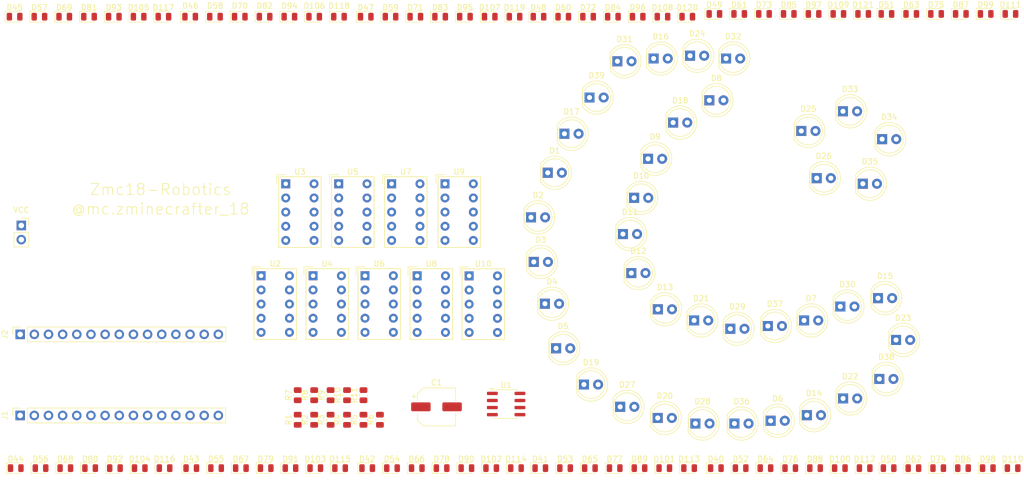
<source format=kicad_pcb>
(kicad_pcb (version 20241229) (generator "pcbnew") (generator_version "9.0")
  (layers (0 "F.Cu" signal) (2 "B.Cu" signal) (13 "F.Paste" user) (15 "B.Paste" user) (5 "F.SilkS" user "F.Silkscreen") (7 "B.SilkS" user "B.Silkscreen") (1 "F.Mask" user) (3 "B.Mask" user) (25 "Edge.Cuts" user))
  (net 0 "")
  (net 1 "Net-(U1-THR)")
  (net 2 "Net-(D1-K)")
  (net 3 "Net-(D1-A)")
  (net 4 "Net-(D100-A)")
  (net 15 "Net-(J1-Pin_12)")
  (net 19 "Net-(J2-Pin_13)")
  (net 23 "Net-(J2-Pin_9)")
  (net 24 "Net-(J2-Pin_7)")
  (net 25 "Net-(J2-Pin_15)")
  (net 26 "Net-(J2-Pin_11)")
  (net 28 "Net-(J2-Pin_14)")
  (net 29 "Net-(J2-Pin_10)")
  (net 30 "Net-(J2-Pin_12)")
  (net 32 "Net-(J2-Pin_8)")
  (net 33 "Net-(U3-A)")
  (net 34 "Net-(U5-A)")
  (net 35 "Net-(U7-A)")
  (net 36 "Net-(U9-B)")
  (net 37 "Net-(U2-A)")
  (net 38 "Net-(U4-B)")
  (net 39 "Net-(U6-A)")
  (net 40 "Net-(U8-B)")
  (net 41 "Net-(U10-D)")
  (net 42 "Net-(U1-DIS)")
  (footprint "LED_SMD:LED_0805_2012Metric" (layer "F.Cu") (at 201.0625 34.5)
    (property "Reference" "D121" (at 0 -1.65 0) (layer "F.SilkS"))
    (property "Value" "LED")
    (pad "1" smd roundrect (at -0.9375 0) (size 0.975 1.4) (layers "F.Cu" "F.Mask" "F.Paste") (net 2 "Net-(D1-K)"))
    (pad "2" smd roundrect (at 0.9375 0) (size 0.975 1.4) (layers "F.Cu" "F.Mask" "F.Paste") (net 4 "Net-(D100-A)"))
  )
  (footprint "LED_THT:LED_D5.0mm" (layer "F.Cu") (at 203.96 100)
    (property "Reference" "D38" (at 1.27 -3.96 0) (layer "F.SilkS"))
    (property "Value" "LED")
    (pad "1" thru_hole rect (at 0 0) (size 1.8 1.8) (drill 0.9) (layers "*.Cu" "*.Mask") (net 2 "Net-(D1-K)"))
    (pad "2" thru_hole circle (at 2.54 0) (size 1.8 1.8) (drill 0.9) (layers "*.Cu" "*.Mask") (net 3 "Net-(D1-A)"))
  )
  (footprint "LED_THT:LED_D5.0mm" (layer "F.Cu") (at 183.96 90.5)
    (property "Reference" "D37" (at 1.27 -3.96 0) (layer "F.SilkS"))
    (property "Value" "LED")
    (pad "1" thru_hole rect (at 0 0) (size 1.8 1.8) (drill 0.9) (layers "*.Cu" "*.Mask") (net 2 "Net-(D1-K)"))
    (pad "2" thru_hole circle (at 2.54 0) (size 1.8 1.8) (drill 0.9) (layers "*.Cu" "*.Mask") (net 3 "Net-(D1-A)"))
  )
  (footprint "Capacitor_SMD:CP_Elec_6.3x5.4" (layer "F.Cu") (at 124.5 105)
    (property "Reference" "C1" (at 0 -4.35 0) (layer "F.SilkS"))
    (property "Value" "33uF")
    (pad "1" smd roundrect (at -2.8 0) (size 3.5 1.6) (layers "F.Cu" "F.Mask" "F.Paste") (roundrect_rratio 0.15625) (net 1 "Net-(U1-THR)"))
    (pad "2" smd roundrect (at 2.8 0) (size 3.5 1.6) (layers "F.Cu" "F.Mask" "F.Paste") (roundrect_rratio 0.15625) (net 2 "Net-(D1-K)"))
  )
  (footprint "Connector_PinSocket_2.54mm:PinSocket_1x02_P2.54mm_Vertical" (layer "F.Cu") (at 50 72.46)
    (property "Reference" "VCC" (at 0 -2.77 0) (layer "F.SilkS"))
    (property "Value" "GND")
    (pad "1" thru_hole rect (at 0 0) (size 1.7 1.7) (drill 1) (layers "*.Cu" "*.Mask") (net 15 "Net-(J1-Pin_12)"))
    (pad "2" thru_hole circle (at 0 2.54) (size 1.7 1.7) (drill 1) (layers "*.Cu" "*.Mask") (net 2 "Net-(D1-K)"))
  )
  (footprint "Resistor_SMD:R_0805_2012Metric" (layer "F.Cu") (at 105.5 107.3225 90)
    (property "Reference" "R3" (at 0 -1.65 90) (layer "F.SilkS"))
    (property "Value" "220")
    (pad "1" smd roundrect (at -0.9125 0 90) (size 1.025 1.4) (layers "F.Cu" "F.Mask" "F.Paste") (roundrect_rratio 0.243902) (net 19 "Net-(J2-Pin_13)"))
    (pad "2" smd roundrect (at 0.9125 0 90) (size 1.025 1.4) (layers "F.Cu" "F.Mask" "F.Paste") (roundrect_rratio 0.243902) (net 35 "Net-(U7-A)"))
  )
  (footprint "LED_THT:LED_D5.0mm" (layer "F.Cu") (at 170.96 108)
    (property "Reference" "D28" (at 1.27 -3.96 0) (layer "F.SilkS"))
    (property "Value" "LED")
    (pad "1" thru_hole rect (at 0 0) (size 1.8 1.8) (drill 0.9) (layers "*.Cu" "*.Mask") (net 2 "Net-(D1-K)"))
    (pad "2" thru_hole circle (at 2.54 0) (size 1.8 1.8) (drill 0.9) (layers "*.Cu" "*.Mask") (net 3 "Net-(D1-A)"))
  )
  (footprint "LED_SMD:LED_0805_2012Metric" (layer "F.Cu") (at 102.75 116)
    (property "Reference" "D103" (at 0 -1.65 0) (layer "F.SilkS"))
    (property "Value" "LED")
    (pad "1" smd roundrect (at -0.9375 0) (size 0.975 1.4) (layers "F.Cu" "F.Mask" "F.Paste") (net 2 "Net-(D1-K)"))
    (pad "2" smd roundrect (at 0.9375 0) (size 0.975 1.4) (layers "F.Cu" "F.Mask" "F.Paste") (net 4 "Net-(D100-A)"))
  )
  (footprint "LED_SMD:LED_0805_2012Metric" (layer "F.Cu") (at 151.7 35)
    (property "Reference" "D72" (at 0 -1.65 0) (layer "F.SilkS"))
    (property "Value" "LED")
    (pad "1" smd roundrect (at -0.9375 0) (size 0.975 1.4) (layers "F.Cu" "F.Mask" "F.Paste") (net 2 "Net-(D1-K)"))
    (pad "2" smd roundrect (at 0.9375 0) (size 0.975 1.4) (layers "F.Cu" "F.Mask" "F.Paste") (net 4 "Net-(D100-A)"))
  )
  (footprint "LED_SMD:LED_0805_2012Metric" (layer "F.Cu") (at 187.7125 34.5)
    (property "Reference" "D85" (at 0 -1.65 0) (layer "F.SilkS"))
    (property "Value" "LED")
    (pad "1" smd roundrect (at -0.9375 0) (size 0.975 1.4) (layers "F.Cu" "F.Mask" "F.Paste") (net 2 "Net-(D1-K)"))
    (pad "2" smd roundrect (at 0.9375 0) (size 0.975 1.4) (layers "F.Cu" "F.Mask" "F.Paste") (net 4 "Net-(D100-A)"))
  )
  (footprint "LED_SMD:LED_0805_2012Metric" (layer "F.Cu") (at 165.375 116)
    (property "Reference" "D101" (at 0 -1.65 0) (layer "F.SilkS"))
    (property "Value" "LED")
    (pad "1" smd roundrect (at -0.9375 0) (size 0.975 1.4) (layers "F.Cu" "F.Mask" "F.Paste") (net 2 "Net-(D1-K)"))
    (pad "2" smd roundrect (at 0.9375 0) (size 0.975 1.4) (layers "F.Cu" "F.Mask" "F.Paste") (net 4 "Net-(D100-A)"))
  )
  (footprint "LED_THT:LED_D5.0mm" (layer "F.Cu") (at 176.46 42.5)
    (property "Reference" "D32" (at 1.27 -3.96 0) (layer "F.SilkS"))
    (property "Value" "LED")
    (pad "1" thru_hole rect (at 0 0) (size 1.8 1.8) (drill 0.9) (layers "*.Cu" "*.Mask") (net 2 "Net-(D1-K)"))
    (pad "2" thru_hole circle (at 2.54 0) (size 1.8 1.8) (drill 0.9) (layers "*.Cu" "*.Mask") (net 3 "Net-(D1-A)"))
  )
  (footprint "LED_SMD:LED_0805_2012Metric" (layer "F.Cu") (at 66.8 116)
    (property "Reference" "D92" (at 0 -1.65 0) (layer "F.SilkS"))
    (property "Value" "LED")
    (pad "1" smd roundrect (at -0.9375 0) (size 0.975 1.4) (layers "F.Cu" "F.Mask" "F.Paste") (net 2 "Net-(D1-K)"))
    (pad "2" smd roundrect (at 0.9375 0) (size 0.975 1.4) (layers "F.Cu" "F.Mask" "F.Paste") (net 4 "Net-(D100-A)"))
  )
  (footprint "LED_SMD:LED_0805_2012Metric" (layer "F.Cu") (at 53.45 116)
    (property "Reference" "D56" (at 0 -1.65 0) (layer "F.SilkS"))
    (property "Value" "LED")
    (pad "1" smd roundrect (at -0.9375 0) (size 0.975 1.4) (layers "F.Cu" "F.Mask" "F.Paste") (net 2 "Net-(D1-K)"))
    (pad "2" smd roundrect (at 0.9375 0) (size 0.975 1.4) (layers "F.Cu" "F.Mask" "F.Paste") (net 4 "Net-(D100-A)"))
  )
  (footprint "LED_SMD:LED_0805_2012Metric" (layer "F.Cu") (at 48.8 35)
    (property "Reference" "D45" (at 0 -1.65 0) (layer "F.SilkS"))
    (property "Value" "LED")
    (pad "1" smd roundrect (at -0.9375 0) (size 0.975 1.4) (layers "F.Cu" "F.Mask" "F.Paste") (net 2 "Net-(D1-K)"))
    (pad "2" smd roundrect (at 0.9375 0) (size 0.975 1.4) (layers "F.Cu" "F.Mask" "F.Paste") (net 4 "Net-(D100-A)"))
  )
  (footprint "LED_SMD:LED_0805_2012Metric" (layer "F.Cu") (at 111.8 35)
    (property "Reference" "D47" (at 0 -1.65 0) (layer "F.SilkS"))
    (property "Value" "LED")
    (pad "1" smd roundrect (at -0.9375 0) (size 0.975 1.4) (layers "F.Cu" "F.Mask" "F.Paste") (net 2 "Net-(D1-K)"))
    (pad "2" smd roundrect (at 0.9375 0) (size 0.975 1.4) (layers "F.Cu" "F.Mask" "F.Paste") (net 4 "Net-(D100-A)"))
  )
  (footprint "LED_SMD:LED_0805_2012Metric" (layer "F.Cu") (at 98.3 116)
    (property "Reference" "D91" (at 0 -1.65 0) (layer "F.SilkS"))
    (property "Value" "LED")
    (pad "1" smd roundrect (at -0.9375 0) (size 0.975 1.4) (layers "F.Cu" "F.Mask" "F.Paste") (net 2 "Net-(D1-K)"))
    (pad "2" smd roundrect (at 0.9375 0) (size 0.975 1.4) (layers "F.Cu" "F.Mask" "F.Paste") (net 4 "Net-(D100-A)"))
  )
  (footprint "Display_7Segment:HDSP-A151" (layer "F.Cu") (at 93.0325 81.4825)
    (property "Reference" "U2" (at 2.54 -2.159 0) (layer "F.SilkS"))
    (property "Value" "HDSP-A153")
    (pad "1" thru_hole rect (at 0 0) (size 1.6 1.6) (drill 0.8) (layers "*.Cu" "*.Mask"))
    (pad "2" thru_hole circle (at 0 2.54) (size 1.6 1.6) (drill 0.8) (layers "*.Cu" "*.Mask") (net 37 "Net-(U2-A)"))
    (pad "3" thru_hole circle (at 0 5.08) (size 1.6 1.6) (drill 0.8) (layers "*.Cu" "*.Mask"))
    (pad "4" thru_hole circle (at 0 7.62) (size 1.6 1.6) (drill 0.8) (layers "*.Cu" "*.Mask") (net 37 "Net-(U2-A)"))
    (pad "5" thru_hole circle (at 0 10.16) (size 1.6 1.6) (drill 0.8) (layers "*.Cu" "*.Mask"))
    (pad "6" thru_hole circle (at 5.08 10.16) (size 1.6 1.6) (drill 0.8) (layers "*.Cu" "*.Mask") (net 2 "Net-(D1-K)"))
    (pad "7" thru_hole circle (at 5.08 7.62) (size 1.6 1.6) (drill 0.8) (layers "*.Cu" "*.Mask"))
    (pad "8" thru_hole circle (at 5.08 5.08) (size 1.6 1.6) (drill 0.8) (layers "*.Cu" "*.Mask") (net 37 "Net-(U2-A)"))
    (pad "9" thru_hole circle (at 5.08 2.54) (size 1.6 1.6) (drill 0.8) (layers "*.Cu" "*.Mask") (net 37 "Net-(U2-A)"))
    (pad "10" thru_hole circle (at 5.08 0) (size 1.6 1.6) (drill 0.8) (layers "*.Cu" "*.Mask") (net 37 "Net-(U2-A)"))
  )
  (footprint "LED_SMD:LED_0805_2012Metric" (layer "F.Cu") (at 129.8625 116)
    (property "Reference" "D90" (at 0 -1.65 0) (layer "F.SilkS"))
    (property "Value" "LED")
    (pad "1" smd roundrect (at -0.9375 0) (size 0.975 1.4) (layers "F.Cu" "F.Mask" "F.Paste") (net 2 "Net-(D1-K)"))
    (pad "2" smd roundrect (at 0.9375 0) (size 0.975 1.4) (layers "F.Cu" "F.Mask" "F.Paste") (net 4 "Net-(D100-A)"))
  )
  (footprint "LED_SMD:LED_0805_2012Metric" (layer "F.Cu") (at 178.8125 34.5)
    (property "Reference" "D61" (at 0 -1.65 0) (layer "F.SilkS"))
    (property "Value" "LED")
    (pad "1" smd roundrect (at -0.9375 0) (size 0.975 1.4) (layers "F.Cu" "F.Mask" "F.Paste") (net 2 "Net-(D1-K)"))
    (pad "2" smd roundrect (at 0.9375 0) (size 0.975 1.4) (layers "F.Cu" "F.Mask" "F.Paste") (net 4 "Net-(D100-A)"))
  )
  (footprint "LED_THT:LED_D5.0mm" (layer "F.Cu") (at 190.46 89.5)
    (property "Reference" "D7" (at 1.27 -3.96 0) (layer "F.SilkS"))
    (property "Value" "LED")
    (pad "1" thru_hole rect (at 0 0) (size 1.8 1.8) (drill 0.9) (layers "*.Cu" "*.Mask") (net 2 "Net-(D1-K)"))
    (pad "2" thru_hole circle (at 2.54 0) (size 1.8 1.8) (drill 0.9) (layers "*.Cu" "*.Mask") (net 3 "Net-(D1-A)"))
  )
  (footprint "LED_SMD:LED_0805_2012Metric" (layer "F.Cu") (at 62.35 116)
    (property "Reference" "D80" (at 0 -1.65 0) (layer "F.SilkS"))
    (property "Value" "LED")
    (pad "1" smd roundrect (at -0.9375 0) (size 0.975 1.4) (layers "F.Cu" "F.Mask" "F.Paste") (net 2 "Net-(D1-K)"))
    (pad "2" smd roundrect (at 0.9375 0) (size 0.975 1.4) (layers "F.Cu" "F.Mask" "F.Paste") (net 4 "Net-(D100-A)"))
  )
  (footprint "LED_THT:LED_D5.0mm" (layer "F.Cu") (at 166.96 54)
    (property "Reference" "D18" (at 1.27 -3.96 0) (layer "F.SilkS"))
    (property "Value" "LED")
    (pad "1" thru_hole rect (at 0 0) (size 1.8 1.8) (drill 0.9) (layers "*.Cu" "*.Mask") (net 2 "Net-(D1-K)"))
    (pad "2" thru_hole circle (at 2.54 0) (size 1.8 1.8) (drill 0.9) (layers "*.Cu" "*.Mask") (net 3 "Net-(D1-A)"))
  )
  (footprint "LED_THT:LED_D5.0mm" (layer "F.Cu") (at 141.96 79)
    (property "Reference" "D3" (at 1.27 -3.96 0) (layer "F.SilkS"))
    (property "Value" "LED")
    (pad "1" thru_hole rect (at 0 0) (size 1.8 1.8) (drill 0.9) (layers "*.Cu" "*.Mask") (net 2 "Net-(D1-K)"))
    (pad "2" thru_hole circle (at 2.54 0) (size 1.8 1.8) (drill 0.9) (layers "*.Cu" "*.Mask") (net 3 "Net-(D1-A)"))
  )
  (footprint "Display_7Segment:HDSP-A151" (layer "F.Cu") (at 106.9525 64.9825)
    (property "Reference" "U5" (at 2.54 -2.159 0) (layer "F.SilkS"))
    (property "Value" "HDSP-A153")
    (pad "1" thru_hole rect (at 0 0) (size 1.6 1.6) (drill 0.8) (layers "*.Cu" "*.Mask"))
    (pad "2" thru_hole circle (at 0 2.54) (size 1.6 1.6) (drill 0.8) (layers "*.Cu" "*.Mask") (net 34 "Net-(U5-A)"))
    (pad "3" thru_hole circle (at 0 5.08) (size 1.6 1.6) (drill 0.8) (layers "*.Cu" "*.Mask"))
    (pad "4" thru_hole circle (at 0 7.62) (size 1.6 1.6) (drill 0.8) (layers "*.Cu" "*.Mask") (net 34 "Net-(U5-A)"))
    (pad "5" thru_hole circle (at 0 10.16) (size 1.6 1.6) (drill 0.8) (layers "*.Cu" "*.Mask") (net 34 "Net-(U5-A)"))
    (pad "6" thru_hole circle (at 5.08 10.16) (size 1.6 1.6) (drill 0.8) (layers "*.Cu" "*.Mask") (net 2 "Net-(D1-K)"))
    (pad "7" thru_hole circle (at 5.08 7.62) (size 1.6 1.6) (drill 0.8) (layers "*.Cu" "*.Mask"))
    (pad "8" thru_hole circle (at 5.08 5.08) (size 1.6 1.6) (drill 0.8) (layers "*.Cu" "*.Mask") (net 34 "Net-(U5-A)"))
    (pad "9" thru_hole circle (at 5.08 2.54) (size 1.6 1.6) (drill 0.8) (layers "*.Cu" "*.Mask") (net 34 "Net-(U5-A)"))
    (pad "10" thru_hole circle (at 5.08 0) (size 1.6 1.6) (drill 0.8) (layers "*.Cu" "*.Mask") (net 34 "Net-(U5-A)"))
  )
  (footprint "Resistor_SMD:R_0805_2012Metric" (layer "F.Cu") (at 108.45 107.3225 90)
    (property "Reference" "R4" (at 0 -1.65 90) (layer "F.SilkS"))
    (property "Value" "220")
    (pad "1" smd roundrect (at -0.9125 0 90) (size 1.025 1.4) (layers "F.Cu" "F.Mask" "F.Paste") (roundrect_rratio 0.243902) (net 30 "Net-(J2-Pin_12)"))
    (pad "2" smd roundrect (at 0.9125 0 90) (size 1.025 1.4) (layers "F.Cu" "F.Mask" "F.Paste") (roundrect_rratio 0.243902) (net 36 "Net-(U9-B)"))
  )
  (footprint "Resistor_SMD:R_0805_2012Metric" (layer "F.Cu") (at 111.4 102.9125 90)
    (property "Reference" "R11" (at 0 -1.65 90) (layer "F.SilkS"))
    (property "Value" "1000")
    (pad "1" smd roundrect (at -0.9125 0 90) (size 1.025 1.4) (layers "F.Cu" "F.Mask" "F.Paste") (roundrect_rratio 0.243902) (net 42 "Net-(U1-DIS)"))
    (pad "2" smd roundrect (at 0.9125 0 90) (size 1.025 1.4) (layers "F.Cu" "F.Mask" "F.Paste") (roundrect_rratio 0.243902) (net 15 "Net-(J1-Pin_12)"))
  )
  (footprint "LED_THT:LED_D5.0mm" (layer "F.Cu") (at 164.195 107)
    (property "Reference" "D20" (at 1.27 -3.96 0) (layer "F.SilkS"))
    (property "Value" "LED")
    (pad "1" thru_hole rect (at 0 0) (size 1.8 1.8) (drill 0.9) (layers "*.Cu" "*.Mask") (net 2 "Net-(D1-K)"))
    (pad "2" thru_hole circle (at 2.54 0) (size 1.8 1.8) (drill 0.9) (layers "*.Cu" "*.Mask") (net 3 "Net-(D1-A)"))
  )
  (footprint "Resistor_SMD:R_0805_2012Metric" (layer "F.Cu") (at 99.6 102.9125 90)
    (property "Reference" "R7" (at 0 -1.65 90) (layer "F.SilkS"))
    (property "Value" "220")
    (pad "1" smd roundrect (at -0.9125 0 90) (size 1.025 1.4) (layers "F.Cu" "F.Mask" "F.Paste") (roundrect_rratio 0.243902) (net 23 "Net-(J2-Pin_9)"))
    (pad "2" smd roundrect (at 0.9125 0 90) (size 1.025 1.4) (layers "F.Cu" "F.Mask" "F.Paste") (roundrect_rratio 0.243902) (net 39 "Net-(U6-A)"))
  )
  (footprint "LED_SMD:LED_0805_2012Metric" (layer "F.Cu") (at 80.5 116)
    (property "Reference" "D43" (at 0 -1.65 0) (layer "F.SilkS"))
    (property "Value" "LED")
    (pad "1" smd roundrect (at -0.9375 0) (size 0.975 1.4) (layers "F.Cu" "F.Mask" "F.Paste") (net 2 "Net-(D1-K)"))
    (pad "2" smd roundrect (at 0.9375 0) (size 0.975 1.4) (layers "F.Cu" "F.Mask" "F.Paste") (net 4 "Net-(D100-A)"))
  )
  (footprint "Resistor_SMD:R_0805_2012Metric" (layer "F.Cu") (at 102.55 102.9125 90)
    (property "Reference" "R8" (at 0 -1.65 90) (layer "F.SilkS"))
    (property "Value" "220")
    (pad "1" smd roundrect (at -0.9125 0 90) (size 1.025 1.4) (layers "F.Cu" "F.Mask" "F.Paste") (roundrect_rratio 0.243902) (net 32 "Net-(J2-Pin_8)"))
    (pad "2" smd roundrect (at 0.9125 0 90) (size 1.025 1.4) (layers "F.Cu" "F.Mask" "F.Paste") (roundrect_rratio 0.243902) (net 40 "Net-(U8-B)"))
  )
  (footprint "Display_7Segment:HDSP-A151" (layer "F.Cu") (at 130.361359 81.50131)
    (property "Reference" "U10" (at 2.54 -2.159 0) (layer "F.SilkS"))
    (property "Value" "HDSP-A153")
    (pad "1" thru_hole rect (at 0 0) (size 1.6 1.6) (drill 0.8) (layers "*.Cu" "*.Mask"))
    (pad "2" thru_hole circle (at 0 2.54) (size 1.6 1.6) (drill 0.8) (layers "*.Cu" "*.Mask") (net 41 "Net-(U10-D)"))
    (pad "3" thru_hole circle (at 0 5.08) (size 1.6 1.6) (drill 0.8) (layers "*.Cu" "*.Mask") (net 41 "Net-(U10-D)"))
    (pad "4" thru_hole circle (at 0 7.62) (size 1.6 1.6) (drill 0.8) (layers "*.Cu" "*.Mask") (net 41 "Net-(U10-D)"))
    (pad "5" thru_hole circle (at 0 10.16) (size 1.6 1.6) (drill 0.8) (layers "*.Cu" "*.Mask") (net 41 "Net-(U10-D)"))
    (pad "6" thru_hole circle (at 5.08 10.16) (size 1.6 1.6) (drill 0.8) (layers "*.Cu" "*.Mask") (net 2 "Net-(D1-K)"))
    (pad "7" thru_hole circle (at 5.08 7.62) (size 1.6 1.6) (drill 0.8) (layers "*.Cu" "*.Mask"))
    (pad "8" thru_hole circle (at 5.08 5.08) (size 1.6 1.6) (drill 0.8) (layers "*.Cu" "*.Mask"))
    (pad "9" thru_hole circle (at 5.08 2.54) (size 1.6 1.6) (drill 0.8) (layers "*.Cu" "*.Mask"))
    (pad "10" thru_hole circle (at 5.08 0) (size 1.6 1.6) (drill 0.8) (layers "*.Cu" "*.Mask"))
  )
  (footprint "LED_SMD:LED_0805_2012Metric" (layer "F.Cu") (at 75.5 35)
    (property "Reference" "D117" (at 0 -1.65 0) (layer "F.SilkS"))
    (property "Value" "LED")
    (pad "1" smd roundrect (at -0.9375 0) (size 0.975 1.4) (layers "F.Cu" "F.Mask" "F.Paste") (net 2 "Net-(D1-K)"))
    (pad "2" smd roundrect (at 0.9375 0) (size 0.975 1.4) (layers "F.Cu" "F.Mask" "F.Paste") (net 4 "Net-(D100-A)"))
  )
  (footprint "LED_SMD:LED_0805_2012Metric" (layer "F.Cu") (at 227.875 116)
    (property "Reference" "D110" (at 0 -1.65 0) (layer "F.SilkS"))
    (property "Value" "LED")
    (pad "1" smd roundrect (at -0.9375 0) (size 0.975 1.4) (layers "F.Cu" "F.Mask" "F.Paste") (net 2 "Net-(D1-K)"))
    (pad "2" smd roundrect (at 0.9375 0) (size 0.975 1.4) (layers "F.Cu" "F.Mask" "F.Paste") (net 4 "Net-(D100-A)"))
  )
  (footprint "LED_THT:LED_D5.0mm" (layer "F.Cu") (at 163.46 42.5)
    (property "Reference" "D16" (at 1.27 -3.96 0) (layer "F.SilkS"))
    (property "Value" "LED")
    (pad "1" thru_hole rect (at 0 0) (size 1.8 1.8) (drill 0.9) (layers "*.Cu" "*.Mask") (net 2 "Net-(D1-K)"))
    (pad "2" thru_hole circle (at 2.54 0) (size 1.8 1.8) (drill 0.9) (layers "*.Cu" "*.Mask") (net 3 "Net-(D1-A)"))
  )
  (footprint "LED_THT:LED_D5.0mm" (layer "F.Cu") (at 173.46 50)
    (property "Reference" "D8" (at 1.27 -3.96 0) (layer "F.SilkS"))
    (property "Value" "LED")
    (pad "1" thru_hole rect (at 0 0) (size 1.8 1.8) (drill 0.9) (layers "*.Cu" "*.Mask") (net 2 "Net-(D1-K)"))
    (pad "2" thru_hole circle (at 2.54 0) (size 1.8 1.8) (drill 0.9) (layers "*.Cu" "*.Mask") (net 3 "Net-(D1-A)"))
  )
  (footprint "LED_SMD:LED_0805_2012Metric" (layer "F.Cu") (at 116.5125 116)
    (property "Reference" "D54" (at 0 -1.65 0) (layer "F.SilkS"))
    (property "Value" "LED")
    (pad "1" smd roundrect (at -0.9375 0) (size 0.975 1.4) (layers "F.Cu" "F.Mask" "F.Paste") (net 2 "Net-(D1-K)"))
    (pad "2" smd roundrect (at 0.9375 0) (size 0.975 1.4) (layers "F.Cu" "F.Mask" "F.Paste") (net 4 "Net-(D100-A)"))
  )
  (footprint "LED_SMD:LED_0805_2012Metric" (layer "F.Cu") (at 174.625 116)
    (property "Reference" "D40" (at 0 -1.65 0) (layer "F.SilkS"))
    (property "Value" "LED")
    (pad "1" smd roundrect (at -0.9375 0) (size 0.975 1.4) (layers "F.Cu" "F.Mask" "F.Paste") (net 2 "Net-(D1-K)"))
    (pad "2" smd roundrect (at 0.9375 0) (size 0.975 1.4) (layers "F.Cu" "F.Mask" "F.Paste") (net 4 "Net-(D100-A)"))
  )
  (footprint "Resistor_SMD:R_0805_2012Metric" (layer "F.Cu") (at 105.5 102.9125 90)
    (property "Reference" "R9" (at 0 -1.65 90) (layer "F.SilkS"))
    (property "Value" "220")
    (pad "1" smd roundrect (at -0.9125 0 90) (size 1.025 1.4) (layers "F.Cu" "F.Mask" "F.Paste") (roundrect_rratio 0.243902) (net 24 "Net-(J2-Pin_7)"))
    (pad "2" smd roundrect (at 0.9125 0 90) (size 1.025 1.4) (layers "F.Cu" "F.Mask" "F.Paste") (roundrect_rratio 0.243902) (net 41 "Net-(U10-D)"))
  )
  (footprint "LED_SMD:LED_0805_2012Metric" (layer "F.Cu") (at 107.2 116)
    (property "Reference" "D115" (at 0 -1.65 0) (layer "F.SilkS"))
    (property "Value" "LED")
    (pad "1" smd roundrect (at -0.9375 0) (size 0.975 1.4) (layers "F.Cu" "F.Mask" "F.Paste") (net 2 "Net-(D1-K)"))
    (pad "2" smd roundrect (at 0.9375 0) (size 0.975 1.4) (layers "F.Cu" "F.Mask" "F.Paste") (net 4 "Net-(D100-A)"))
  )
  (footprint "LED_THT:LED_D5.0mm" (layer "F.Cu") (at 145.96 94.5)
    (property "Reference" "D5" (at 1.27 -3.96 0) (layer "F.SilkS"))
    (property "Value" "LED")
    (pad "1" thru_hole rect (at 0 0) (size 1.8 1.8) (drill 0.9) (layers "*.Cu" "*.Mask") (net 2 "Net-(D1-K)"))
    (pad "2" thru_hole circle (at 2.54 0) (size 1.8 1.8) (drill 0.9) (layers "*.Cu" "*.Mask") (net 3 "Net-(D1-A)"))
  )
  (footprint "LED_SMD:LED_0805_2012Metric" (layer "F.Cu") (at 143.125 116)
    (property "Reference" "D41" (at 0 -1.65 0) (layer "F.SilkS"))
    (property "Value" "LED")
    (pad "1" smd roundrect (at -0.9375 0) (size 0.975 1.4) (layers "F.Cu" "F.Mask" "F.Paste") (net 2 "Net-(D1-K)"))
    (pad "2" smd roundrect (at 0.9375 0) (size 0.975 1.4) (layers "F.Cu" "F.Mask" "F.Paste") (net 4 "Net-(D100-A)"))
  )
  (footprint "LED_SMD:LED_0805_2012Metric" (layer "F.Cu") (at 187.975 116)
    (property "Reference" "D76" (at 0 -1.65 0) (layer "F.SilkS"))
    (property "Value" "LED")
    (pad "1" smd roundrect (at -0.9375 0) (size 0.975 1.4) (layers "F.Cu" "F.Mask" "F.Paste") (net 2 "Net-(D1-K)"))
    (pad "2" smd roundrect (at 0.9375 0) (size 0.975 1.4) (layers "F.Cu" "F.Mask" "F.Paste") (net 4 "Net-(D100-A)"))
  )
  (footprint "LED_SMD:LED_0805_2012Metric" (layer "F.Cu") (at 134.3125 116)
    (property "Reference" "D102" (at 0 -1.65 0) (layer "F.SilkS"))
    (property "Value" "LED")
    (pad "1" smd roundrect (at -0.9375 0) (size 0.975 1.4) (layers "F.Cu" "F.Mask" "F.Paste") (net 2 "Net-(D1-K)"))
    (pad "2" smd roundrect (at 0.9375 0) (size 0.975 1.4) (layers "F.Cu" "F.Mask" "F.Paste") (net 4 "Net-(D100-A)"))
  )
  (footprint "LED_SMD:LED_0805_2012Metric" (layer "F.Cu") (at 209.6875 34.5)
    (property "Reference" "D63" (at 0 -1.65 0) (layer "F.SilkS"))
    (property "Value" "LED")
    (pad "1" smd roundrect (at -0.9375 0) (size 0.975 1.4) (layers "F.Cu" "F.Mask" "F.Paste") (net 2 "Net-(D1-K)"))
    (pad "2" smd roundrect (at 0.9375 0) (size 0.975 1.4) (layers "F.Cu" "F.Mask" "F.Paste") (net 4 "Net-(D100-A)"))
  )
  (footprint "LED_SMD:LED_0805_2012Metric" (layer "F.Cu") (at 93.85 116)
    (property "Reference" "D79" (at 0 -1.65 0) (layer "F.SilkS"))
    (property "Value" "LED")
    (pad "1" smd roundrect (at -0.9375 0) (size 0.975 1.4) (layers "F.Cu" "F.Mask" "F.Paste") (net 2 "Net-(D1-K)"))
    (pad "2" smd roundrect (at 0.9375 0) (size 0.975 1.4) (layers "F.Cu" "F.Mask" "F.Paste") (net 4 "Net-(D100-A)"))
  )
  (footprint "Display_7Segment:HDSP-A151" (layer "F.Cu") (at 116.4525 64.9825)
    (property "Reference" "U7" (at 2.54 -2.159 0) (layer "F.SilkS"))
    (property "Value" "HDSP-A153")
    (pad "1" thru_hole rect (at 0 0) (size 1.6 1.6) (drill 0.8) (layers "*.Cu" "*.Mask"))
    (pad "2" thru_hole circle (at 0 2.54) (size 1.6 1.6) (drill 0.8) (layers "*.Cu" "*.Mask") (net 35 "Net-(U7-A)"))
    (pad "3" thru_hole circle (at 0 5.08) (size 1.6 1.6) (drill 0.8) (layers "*.Cu" "*.Mask"))
    (pad "4" thru_hole circle (at 0 7.62) (size 1.6 1.6) (drill 0.8) (layers "*.Cu" "*.Mask") (net 35 "Net-(U7-A)"))
    (pad "5" thru_hole circle (at 0 10.16) (size 1.6 1.6) (drill 0.8) (layers "*.Cu" "*.Mask") (net 35 "Net-(U7-A)"))
    (pad "6" thru_hole circle (at 5.08 10.16) (size 1.6 1.6) (drill 0.8) (layers "*.Cu" "*.Mask") (net 2 "Net-(D1-K)"))
    (pad "7" thru_hole circle (at 5.08 7.62) (size 1.6 1.6) (drill 0.8) (layers "*.Cu" "*.Mask"))
    (pad "8" thru_hole circle (at 5.08 5.08) (size 1.6 1.6) (drill 0.8) (layers "*.Cu" "*.Mask") (net 35 "Net-(U7-A)"))
    (pad "9" thru_hole circle (at 5.08 2.54) (size 1.6 1.6) (drill 0.8) (layers "*.Cu" "*.Mask") (net 35 "Net-(U7-A)"))
    (pad "10" thru_hole circle (at 5.08 0) (size 1.6 1.6) (drill 0.8) (layers "*.Cu" "*.Mask") (net 35 "Net-(U7-A)"))
  )
  (footprint "LED_SMD:LED_0805_2012Metric" (layer "F.Cu") (at 201.325 116)
    (property "Reference" "D112" (at 0 -1.65 0) (layer "F.SilkS"))
    (property "Value" "LED")
    (pad "1" smd roundrect (at -0.9375 0) (size 0.975 1.4) (layers "F.Cu" "F.Mask" "F.Paste") (net 2 "Net-(D1-K)"))
    (pad "2" smd roundrect (at 0.9375 0) (size 0.975 1.4) (layers "F.Cu" "F.Mask" "F.Paste") (net 4 "Net-(D100-A)"))
  )
  (footprint "LED_SMD:LED_0805_2012Metric" (layer "F.Cu") (at 169.5 35)
    (property "Reference" "D120" (at 0 -1.65 0) (layer "F.SilkS"))
    (property "Value" "LED")
    (pad "1" smd roundrect (at -0.9375 0) (size 0.975 1.4) (layers "F.Cu" "F.Mask" "F.Paste") (net 2 "Net-(D1-K)"))
    (pad "2" smd roundrect (at 0.9375 0) (size 0.975 1.4) (layers "F.Cu" "F.Mask" "F.Paste") (net 4 "Net-(D100-A)"))
  )
  (footprint "LED_THT:LED_D5.0mm" (layer "F.Cu") (at 170 42)
    (property "Reference" "D24" (at 1.27 -3.96 0) (layer "F.SilkS"))
    (property "Value" "LED")
    (pad "1" thru_hole rect (at 0 0) (size 1.8 1.8) (drill 0.9) (layers "*.Cu" "*.Mask") (net 2 "Net-(D1-K)"))
    (pad "2" thru_hole circle (at 2.54 0) (size 1.8 1.8) (drill 0.9) (layers "*.Cu" "*.Mask") (net 3 "Net-(D1-A)"))
  )
  (footprint "LED_SMD:LED_0805_2012Metric" (layer "F.Cu") (at 196.6125 34.5)
    (property "Reference" "D109" (at 0 -1.65 0) (layer "F.SilkS"))
    (property "Value" "LED")
    (pad "1" smd roundrect (at -0.9375 0) (size 0.975 1.4) (layers "F.Cu" "F.Mask" "F.Paste") (net 2 "Net-(D1-K)"))
    (pad "2" smd roundrect (at 0.9375 0) (size 0.975 1.4) (layers "F.Cu" "F.Mask" "F.Paste") (net 4 "Net-(D100-A)"))
  )
  (footprint "LED_SMD:LED_0805_2012Metric" (layer "F.Cu") (at 227.4875 34.5)
    (property "Reference" "D111" (at 0 -1.65 0) (layer "F.SilkS"))
    (property "Value" "LED")
    (pad "1" smd roundrect (at -0.9375 0) (size 0.975 1.4) (layers "F.Cu" "F.Mask" "F.Paste") (net 2 "Net-(D1-K)"))
    (pad "2" smd roundrect (at 0.9375 0) (size 0.975 1.4) (layers "F.Cu" "F.Mask" "F.Paste") (net 4 "Net-(D100-A)"))
  )
  (footprint "LED_SMD:LED_0805_2012Metric" (layer "F.Cu") (at 120.9625 116)
    (property "Reference" "D66" (at 0 -1.65 0) (layer "F.SilkS"))
    (property "Value" "LED")
    (pad "1" smd roundrect (at -0.9375 0) (size 0.975 1.4) (layers "F.Cu" "F.Mask" "F.Paste") (net 2 "Net-(D1-K)"))
    (pad "2" smd roundrect (at 0.9375 0) (size 0.975 1.4) (layers "F.Cu" "F.Mask" "F.Paste") (net 4 "Net-(D100-A)"))
  )
  (footprint "LED_SMD:LED_0805_2012Metric" (layer "F.Cu") (at 89.4 116)
    (property "Reference" "D67" (at 0 -1.65 0) (layer "F.SilkS"))
    (property "Value" "LED")
    (pad "1" smd roundrect (at -0.9375 0) (size 0.975 1.4) (layers "F.Cu" "F.Mask" "F.Paste") (net 2 "Net-(D1-K)"))
    (pad "2" smd roundrect (at 0.9375 0) (size 0.975 1.4) (layers "F.Cu" "F.Mask" "F.Paste") (net 4 "Net-(D100-A)"))
  )
  (footprint "LED_THT:LED_D5.0mm" (layer "F.Cu") (at 170.725 89.5)
    (property "Reference" "D21" (at 1.27 -3.96 0) (layer "F.SilkS"))
    (property "Value" "LED")
    (pad "1" thru_hole rect (at 0 0) (size 1.8 1.8) (drill 0.9) (layers "*.Cu" "*.Mask") (net 2 "Net-(D1-K)"))
    (pad "2" thru_hole circle (at 2.54 0) (size 1.8 1.8) (drill 0.9) (layers "*.Cu" "*.Mask") (net 3 "Net-(D1-A)"))
  )
  (footprint "LED_THT:LED_D5.0mm" (layer "F.Cu") (at 162.46 60.5)
    (property "Reference" "D9" (at 1.27 -3.96 0) (layer "F.SilkS"))
    (property "Value" "LED")
    (pad "1" thru_hole rect (at 0 0) (size 1.8 1.8) (drill 0.9) (layers "*.Cu" "*.Mask") (net 2 "Net-(D1-K)"))
    (pad "2" thru_hole circle (at 2.54 0) (size 1.8 1.8) (drill 0.9) (layers "*.Cu" "*.Mask") (net 3 "Net-(D1-A)"))
  )
  (footprint "LED_SMD:LED_0805_2012Metric" (layer "F.Cu") (at 57.7 35)
    (property "Reference" "D69" (at 0 -1.65 0) (layer "F.SilkS"))
    (property "Value" "LED")
    (pad "1" smd roundrect (at -0.9375 0) (size 0.975 1.4) (layers "F.Cu" "F.Mask" "F.Paste") (net 2 "Net-(D1-K)"))
    (pad "2" smd roundrect (at 0.9375 0) (size 0.975 1.4) (layers "F.Cu" "F.Mask" "F.Paste") (net 4 "Net-(D100-A)"))
  )
  (footprint "Display_7Segment:HDSP-A151" (layer "F.Cu") (at 111.67915 81.477781)
    (property "Reference" "U6" (at 2.54 -2.159 0) (layer "F.SilkS"))
    (property "Value" "HDSP-A153")
    (pad "1" thru_hole rect (at 0 0) (size 1.6 1.6) (drill 0.8) (layers "*.Cu" "*.Mask"))
    (pad "2" thru_hole circle (at 0 2.54) (size 1.6 1.6) (drill 0.8) (layers "*.Cu" "*.Mask") (net 39 "Net-(U6-A)"))
    (pad "3" thru_hole circle (at 0 5.08) (size 1.6 1.6) (drill 0.8) (layers "*.Cu" "*.Mask") (net 39 "Net-(U6-A)"))
    (pad "4" thru_hole circle (at 0 7.62) (size 1.6 1.6) (drill 0.8) (layers "*.Cu" "*.Mask"))
    (pad "5" thru_hole circle (at 0 10.16) (size 1.6 1.6) (drill 0.8) (layers "*.Cu" "*.Mask") (net 39 "Net-(U6-A)"))
    (pad "6" thru_hole circle (at 5.08 10.16) (size 1.6 1.6) (drill 0.8) (layers "*.Cu" "*.Mask") (net 2 "Net-(D1-K)"))
    (pad "7" thru_hole circle (at 5.08 7.62) (size 1.6 1.6) (drill 0.8) (layers "*.Cu" "*.Mask"))
    (pad "8" thru_hole circle (at 5.08 5.08) (size 1.6 1.6) (drill 0.8) (layers "*.Cu" "*.Mask") (net 39 "Net-(U6-A)"))
    (pad "9" thru_hole circle (at 5.08 2.54) (size 1.6 1.6) (drill 0.8) (layers "*.Cu" "*.Mask") (net 39 "Net-(U6-A)"))
    (pad "10" thru_hole circle (at 5.08 0) (size 1.6 1.6) (drill 0.8) (layers "*.Cu" "*.Mask") (net 39 "Net-(U6-A)"))
  )
  (footprint "LED_SMD:LED_0805_2012Metric" (layer "F.Cu") (at 84.95 116)
    (property "Reference" "D55" (at 0 -1.65 0) (layer "F.SilkS"))
    (property "Value" "LED")
    (pad "1" smd roundrect (at -0.9375 0) (size 0.975 1.4) (layers "F.Cu" "F.Mask" "F.Paste") (net 2 "Net-(D1-K)"))
    (pad "2" smd roundrect (at 0.9375 0) (size 0.975 1.4) (layers "F.Cu" "F.Mask" "F.Paste") (net 4 "Net-(D100-A)"))
  )
  (footprint "Package_SO:SOIC-8_3.9x4.9mm_P1.27mm" (layer "F.Cu") (at 137 104.5)
    (property "Reference" "U1" (at 0 -3.4 0) (layer "F.SilkS"))
    (property "Value" "LM555xM")
    (pad "1" smd roundrect (at -2.475 -1.905) (size 1.95 0.6) (layers "F.Cu" "F.Mask" "F.Paste") (net 2 "Net-(D1-K)"))
    (pad "2" smd roundrect (at -2.475 -0.635) (size 1.95 0.6) (layers "F.Cu" "F.Mask" "F.Paste") (net 1 "Net-(U1-THR)"))
    (pad "3" smd roundrect (at -2.475 0.635) (size 1.95 0.6) (layers "F.Cu" "F.Mask" "F.Paste") (net 4 "Net-(D100-A)"))
    (pad "4" smd roundrect (at -2.475 1.905) (size 1.95 0.6) (layers "F.Cu" "F.Mask" "F.Paste") (net 15 "Net-(J1-Pin_12)"))
    (pad "5" smd roundrect (at 2.475 1.905) (size 1.95 0.6) (layers "F.Cu" "F.Mask" "F.Paste"))
    (pad "6" smd roundrect (at 2.475 0.635) (size 1.95 0.6) (layers "F.Cu" "F.Mask" "F.Paste") (net 1 "Net-(U1-THR)"))
    (pad "7" smd roundrect (at 2.475 -0.635) (size 1.95 0.6) (layers "F.Cu" "F.Mask" "F.Paste") (net 42 "Net-(U1-DIS)"))
    (pad "8" smd roundrect (at 2.475 -1.905) (size 1.95 0.6) (layers "F.Cu" "F.Mask" "F.Paste") (net 15 "Net-(J1-Pin_12)"))
  )
  (footprint "LED_THT:LED_D5.0mm" (layer "F.Cu") (at 144.46 63)
    (property "Reference" "D1" (at 1.27 -3.96 0) (layer "F.SilkS"))
    (property "Value" "LED")
    (pad "1" thru_hole rect (at 0 0) (size 1.8 1.8) (drill 0.9) (layers "*.Cu" "*.Mask") (net 2 "Net-(D1-K)"))
    (pad "2" thru_hole circle (at 2.54 0) (size 1.8 1.8) (drill 0.9) (layers "*.Cu" "*.Mask") (net 3 "Net-(D1-A)"))
  )
  (footprint "LED_SMD:LED_0805_2012Metric" (layer "F.Cu") (at 156.475 116)
    (property "Reference" "D77" (at 0 -1.65 0) (layer "F.SilkS"))
    (property "Value" "LED")
    (pad "1" smd roundrect (at -0.9375 0) (size 0.975 1.4) (layers "F.Cu" "F.Mask" "F.Paste") (net 2 "Net-(D1-K)"))
    (pad "2" smd roundrect (at 0.9375 0) (size 0.975 1.4) (layers "F.Cu" "F.Mask" "F.Paste") (net 4 "Net-(D100-A)"))
  )
  (footprint "Resistor_SMD:R_0805_2012Metric" (layer "F.Cu") (at 114.35 107.3225 90)
    (property "Reference" "R6" (at 0 -1.65 90) (layer "F.SilkS"))
    (property "Value" "220")
    (pad "1" smd roundrect (at -0.9125 0 90) (size 1.025 1.4) (layers "F.Cu" "F.Mask" "F.Paste") (roundrect_rratio 0.243902) (net 29 "Net-(J2-Pin_10)"))
    (pad "2" smd roundrect (at 0.9125 0 90) (size 1.025 1.4) (layers "F.Cu" "F.Mask" "F.Paste") (roundrect_rratio 0.243902) (net 38 "Net-(U4-B)"))
  )
  (footprint "Display_7Segment:HDSP-A151" (layer "F.Cu") (at 126.0325 64.9825)
    (property "Reference" "U9" (at 2.54 -2.159 0) (layer "F.SilkS"))
    (property "Value" "HDSP-A153")
    (pad "1" thru_hole rect (at 0 0) (size 1.6 1.6) (drill 0.8) (layers "*.Cu" "*.Mask"))
    (pad "2" thru_hole circle (at 0 2.54) (size 1.6 1.6) (drill 0.8) (layers "*.Cu" "*.Mask"))
    (pad "3" thru_hole circle (at 0 5.08) (size 1.6 1.6) (drill 0.8) (layers "*.Cu" "*.Mask") (net 36 "Net-(U9-B)"))
    (pad "4" thru_hole circle (at 0 7.62) (size 1.6 1.6) (drill 0.8) (layers "*.Cu" "*.Mask") (net 36 "Net-(U9-B)"))
    (pad "5" thru_hole circle (at 0 10.16) (size 1.6 1.6) (drill 0.8) (layers "*.Cu" "*.Mask") (net 36 "Net-(U9-B)"))
    (pad "6" thru_hole circle (at 5.08 10.16) (size 1.6 1.6) (drill 0.8) (layers "*.Cu" "*.Mask") (net 2 "Net-(D1-K)"))
    (pad "7" thru_hole circle (at 5.08 7.62) (size 1.6 1.6) (drill 0.8) (layers "*.Cu" "*.Mask"))
    (pad "8" thru_hole circle (at 5.08 5.08) (size 1.6 1.6) (drill 0.8) (layers "*.Cu" "*.Mask") (net 36 "Net-(U9-B)"))
    (pad "9" thru_hole circle (at 5.08 2.54) (size 1.6 1.6) (drill 0.8) (layers "*.Cu" "*.Mask") (net 36 "Net-(U9-B)"))
    (pad "10" thru_hole circle (at 5.08 0) (size 1.6 1.6) (drill 0.8) (layers "*.Cu" "*.Mask"))
  )
  (footprint "LED_THT:LED_D5.0mm" (layer "F.Cu") (at 151.96 49.5)
    (property "Reference" "D39" (at 1.27 -3.96 0) (layer "F.SilkS"))
    (property "Value" "LED")
    (pad "1" thru_hole rect (at 0 0) (size 1.8 1.8) (drill 0.9) (layers "*.Cu" "*.Mask") (net 2 "Net-(D1-K)"))
    (pad "2" thru_hole circle (at 2.54 0) (size 1.8 1.8) (drill 0.9) (layers "*.Cu" "*.Mask") (net 3 "Net-(D1-A)"))
  )
  (footprint "LED_SMD:LED_0805_2012Metric" (layer "F.Cu") (at 183.525 116)
    (property "Reference" "D64" (at 0 -1.65 0) (layer "F.SilkS"))
    (property "Value" "LED")
    (pad "1" smd roundrect (at -0.9375 0) (size 0.975 1.4) (layers "F.Cu" "F.Mask" "F.Paste") (net 2 "Net-(D1-K)"))
    (pad "2" smd roundrect (at 0.9375 0) (size 0.975 1.4) (layers "F.Cu" "F.Mask" "F.Paste") (net 4 "Net-(D100-A)"))
  )
  (footprint "LED_SMD:LED_0805_2012Metric" (layer "F.Cu") (at 71.25 116)
    (property "Reference" "D104" (at 0 -1.65 0) (layer "F.SilkS"))
    (property "Value" "LED")
    (pad "1" smd roundrect (at -0.9375 0) (size 0.975 1.4) (layers "F.Cu" "F.Mask" "F.Paste") (net 2 "Net-(D1-K)"))
    (pad "2" smd roundrect (at 0.9375 0) (size 0.975 1.4) (layers "F.Cu" "F.Mask" "F.Paste") (net 4 "Net-(D100-A)"))
  )
  (footprint "LED_THT:LED_D5.0mm" (layer "F.Cu") (at 164.225 87.5)
    (property "Reference" "D13" (at 1.27 -3.96 0) (layer "F.SilkS"))
    (property "Value" "LED")
    (pad "1" thru_hole rect (at 0 0) (size 1.8 1.8) (drill 0.9) (layers "*.Cu" "*.Mask") (net 2 "Net-(D1-K)"))
    (pad "2" thru_hole circle (at 2.54 0) (size 1.8 1.8) (drill 0.9) (layers "*.Cu" "*.Mask") (net 3 "Net-(D1-A)"))
  )
  (footprint "LED_THT:LED_D5.0mm" (layer "F.Cu") (at 177.225 91)
    (property "Reference" "D29" (at 1.27 -3.96 0) (layer "F.SilkS"))
    (property "Value" "LED")
    (pad "1" thru_hole rect (at 0 0) (size 1.8 1.8) (drill 0.9) (layers "*.Cu" "*.Mask") (net 2 "Net-(D1-K)"))
    (pad "2" thru_hole circle (at 2.54 0) (size 1.8 1.8) (drill 0.9) (layers "*.Cu" "*.Mask") (net 3 "Net-(D1-A)"))
  )
  (footprint "LED_SMD:LED_0805_2012Metric" (layer "F.Cu") (at 223.0375 34.5)
    (property "Reference" "D99" (at 0 -1.65 0) (layer "F.SilkS"))
    (property "Value" "LED")
    (pad "1" smd roundrect (at -0.9375 0) (size 0.975 1.4) (layers "F.Cu" "F.Mask" "F.Paste") (net 2 "Net-(D1-K)"))
    (pad "2" smd roundrect (at 0.9375 0) (size 0.975 1.4) (layers "F.Cu" "F.Mask" "F.Paste") (net 4 "Net-(D100-A)"))
  )
  (footprint "LED_SMD:LED_0805_2012Metric" (layer "F.Cu") (at 218.975 116)
    (property "Reference" "D86" (at 0 -1.65 0) (layer "F.SilkS"))
    (property "Value" "LED")
    (pad "1" smd roundrect (at -0.9375 0) (size 0.975 1.4) (layers "F.Cu" "F.Mask" "F.Paste") (net 2 "Net-(D1-K)"))
    (pad "2" smd roundrect (at 0.9375 0) (size 0.975 1.4) (layers "F.Cu" "F.Mask" "F.Paste") (net 4 "Net-(D100-A)"))
  )
  (footprint "LED_SMD:LED_0805_2012Metric" (layer "F.Cu") (at 147.25 35)
    (property "Reference" "D60" (at 0 -1.65 0) (layer "F.SilkS"))
    (property "Value" "LED")
    (pad "1" smd roundrect (at -0.9375 0) (size 0.975 1.4) (layers "F.Cu" "F.Mask" "F.Paste") (net 2 "Net-(D1-K)"))
    (pad "2" smd roundrect (at 0.9375 0) (size 0.975 1.4) (layers "F.Cu" "F.Mask" "F.Paste") (net 4 "Net-(D100-A)"))
  )
  (footprint "LED_SMD:LED_0805_2012Metric" (layer "F.Cu") (at 165.05 35)
    (property "Reference" "D108" (at 0 -1.65 0) (layer "F.SilkS"))
    (property "Value" "LED")
    (pad "1" smd roundrect (at -0.9375 0) (size 0.975 1.4) (layers "F.Cu" "F.Mask" "F.Paste") (net 2 "Net-(D1-K)"))
    (pad "2" smd roundrect (at 0.9375 0) (size 0.975 1.4) (layers "F.Cu" "F.Mask" "F.Paste") (net 4 "Net-(D100-A)"))
  )
  (footprint "Connector_PinSocket_2.54mm:PinSocket_1x15_P2.54mm_Vertical" (layer "F.Cu") (at 49.8 92 90)
    (property "Reference" "J2" (at 0 -2.77 90) (layer "F.SilkS"))
    (property "Value" "Conn_01x15_Socket")
    (pad "1" thru_hole rect (at 0 0 90) (size 1.7 1.7) (drill 1) (layers "*.Cu" "*.Mask"))
    (pad "2" thru_hole circle (at 0 2.54 90) (size 1.7 1.7) (drill 1) (layers "*.Cu" "*.Mask"))
    (pad "3" thru_hole circle (at 0 5.08 90) (size 1.7 1.7) (drill 1) (layers "*.Cu" "*.Mask"))
    (pad "4" thru_hole circle (at 0 7.62 90) (size 1.7 1.7) (drill 1) (layers "*.Cu" "*.Mask"))
    (pad "5" thru_hole circle (at 0 10.16 90) (size 1.7 1.7) (drill 1) (layers "*.Cu" "*.Mask"))
    (pad "6" thru_hole circle (at 0 12.7 90) (size 1.7 1.7) (drill 1) (layers "*.Cu" "*.Mask") (net 3 "Net-(D1-A)"))
    (pad "7" thru_hole circle (at 0 15.24 90) (size 1.7 1.7) (drill 1) (layers "*.Cu" "*.Mask") (net 24 "Net-(J2-Pin_7)"))
    (pad "8" thru_hole circle (at 0 17.78 90) (size 1.7 1.7) (drill 1) (layers "*.Cu" "*.Mask") (net 32 "Net-(J2-Pin_8)"))
    (pad "9" thru_hole circle (at 0 20.32 90) (size 1.7 1.7) (drill 1) (layers "*.Cu" "*.Mask") (net 23 "Net-(J2-Pin_9)"))
    (pad "10" thru_hole circle (at 0 22.86 90) (size 1.7 1.7) (drill 1) (layers "*.Cu" "*.Mask") (net 29 "Net-(J2-Pin_10)"))
    (pad "11" thru_hole circle (at 0 25.4 90) (size 1.7 1.7) (drill 1) (layers "*.Cu" "*.Mask") (net 26 "Net-(J2-Pin_11)"))
    (pad "12" thru_hole circle (at 0 27.94 90) (size 1.7 1.7) (drill 1) (layers "*.Cu" "*.Mask") (net 30 "Net-(J2-Pin_12)"))
    (pad "13" thru_hole circle (at 0 30.48 90) (size 1.7 1.7) (drill 1) (layers "*.Cu" "*.Mask") (net 19 "Net-(J2-Pin_13)"))
    (pad "14" thru_hole circle (at 0 33.02 90) (size 1.7 1.7) (drill 1) (layers "*.Cu" "*.Mask") (net 28 "Net-(J2-Pin_14)"))
    (pad "15" thru_hole circle (at 0 35.56 90) (size 1.7 1.7) (drill 1) (layers "*.Cu" "*.Mask") (net 25 "Net-(J2-Pin_15)"))
  )
  (footprint "LED_SMD:LED_0805_2012Metric" (layer "F.Cu") (at 138.5 35)
    (property "Reference" "D119" (at 0 -1.65 0) (layer "F.SilkS"))
    (property "Value" "LED")
    (pad "1" smd roundrect (at -0.9375 0) (size 0.975 1.4) (layers "F.Cu" "F.Mask" "F.Paste") (net 2 "Net-(D1-K)"))
    (pad "2" smd roundrect (at 0.9375 0) (size 0.975 1.4) (layers "F.Cu" "F.Mask" "F.Paste") (net 4 "Net-(D100-A)"))
  )
  (footprint "LED_THT:LED_D5.0mm" (layer "F.Cu") (at 159.46 81)
    (property "Reference" "D12" (at 1.27 -3.96 0) (layer "F.SilkS"))
    (property "Value" "LED")
    (pad "1" thru_hole rect (at 0 0) (size 1.8 1.8) (drill 0.9) (layers "*.Cu" "*.Mask") (net 2 "Net-(D1-K)"))
    (pad "2" thru_hole circle (at 2.54 0) (size 1.8 1.8) (drill 0.9) (layers "*.Cu" "*.Mask") (net 3 "Net-(D1-A)"))
  )
  (footprint "LED_THT:LED_D5.0mm" (layer "F.Cu") (at 184.46 107.5)
    (property "Reference" "D6" (at 1.27 -3.96 0) (layer "F.SilkS"))
    (property "Value" "LED")
    (pad "1" thru_hole rect (at 0 0) (size 1.8 1.8) (drill 0.9) (layers "*.Cu" "*.Mask") (net 2 "Net-(D1-K)"))
    (pad "2" thru_hole circle (at 2.54 0) (size 1.8 1.8) (drill 0.9) (layers "*.Cu" "*.Mask") (net 3 "Net-(D1-A)"))
  )
  (footprint "LED_SMD:LED_0805_2012Metric" (layer "F.Cu") (at 205.625 116)
    (property "Reference" "D50" (at 0 -1.65 0) (layer "F.SilkS"))
    (property "Value" "LED")
    (pad "1" smd roundrect (at -0.9375 0) (size 0.975 1.4) (layers "F.Cu" "F.Mask" "F.Paste") (net 2 "Net-(D1-K)"))
    (pad "2" smd roundrect (at 0.9375 0) (size 0.975 1.4) (layers "F.Cu" "F.Mask" "F.Paste") (net 4 "Net-(D100-A)"))
  )
  (footprint "LED_SMD:LED_0805_2012Metric" (layer "F.Cu") (at 71.05 35)
    (property "Reference" "D105" (at 0 -1.65 0) (layer "F.SilkS"))
    (property "Value" "LED")
    (pad "1" smd roundrect (at -0.9375 0) (size 0.975 1.4) (layers "F.Cu" "F.Mask" "F.Paste") (net 2 "Net-(D1-K)"))
    (pad "2" smd roundrect (at 0.9375 0) (size 0.975 1.4) (layers "F.Cu" "F.Mask" "F.Paste") (net 4 "Net-(D100-A)"))
  )
  (footprint "Display_7Segment:HDSP-A151" (layer "F.Cu") (at 102.357534 81.48428)
    (property "Reference" "U4" (at 2.54 -2.159 0) (layer "F.SilkS"))
    (property "Value" "HDSP-A153")
    (pad "1" thru_hole rect (at 0 0) (size 1.6 1.6) (drill 0.8) (layers "*.Cu" "*.Mask"))
    (pad "2" thru_hole circle (at 0 2.54) (size 1.6 1.6) (drill 0.8) (layers "*.Cu" "*.Mask"))
    (pad "3" thru_hole circle (at 0 5.08) (size 1.6 1.6) (drill 0.8) (layers "*.Cu" "*.Mask"))
    (pad "4" thru_hole circle (at 0 7.62) (size 1.6 1.6) (drill 0.8) (layers "*.Cu" "*.Mask"))
    (pad "5" thru_hole circle (at 0 10.16) (size 1.6 1.6) (drill 0.8) (layers "*.Cu" "*.Mask"))
    (pad "6" thru_hole circle (at 5.08 10.16) (size 1.6 1.6) (drill 0.8) (layers "*.Cu" "*.Mask") (net 2 "Net-(D1-K)"))
    (pad "7" thru_hole circle (at 5.08 7.62) (size 1.6 1.6) (drill 0.8) (layers "*.Cu" "*.Mask"))
    (pad "8" thru_hole circle (at 5.08 5.08) (size 1.6 1.6) (drill 0.8) (layers "*.Cu" "*.Mask") (net 38 "Net-(U4-B)"))
    (pad "9" thru_hole circle (at 5.08 2.54) (size 1.6 1.6) (drill 0.8) (layers "*.Cu" "*.Mask") (net 38 "Net-(U4-B)"))
    (pad "10" thru_hole circle (at 5.08 0) (size 1.6 1.6) (drill 0.8) (layers "*.Cu" "*.Mask"))
  )
  (footprint "LED_THT:LED_D5.0mm" (layer "F.Cu") (at 206.96 93)
    (property "Reference" "D23" (at 1.27 -3.96 0) (layer "F.SilkS"))
    (property "Value" "LED")
    (pad "1" thru_hole rect (at 0 0) (size 1.8 1.8) (drill 0.9) (layers "*.Cu" "*.Mask") (net 2 "Net-(D1-K)"))
    (pad "2" thru_hole circle (at 2.54 0) (size 1.8 1.8) (drill 0.9) (layers "*.Cu" "*.Mask") (net 3 "Net-(D1-A)"))
  )
  (footprint "LED_SMD:LED_0805_2012Metric" (layer "F.Cu") (at 210.075 116)
    (property "Reference" "D62" (at 0 -1.65 0) (layer "F.SilkS"))
    (property "Value" "LED")
    (pad "1" smd roundrect (at -0.9375 0) (size 0.975 1.4) (layers "F.Cu" "F.Mask" "F.Paste") (net 2 "Net-(D1-K)"))
    (pad "2" smd roundrect (at 0.9375 0) (size 0.975 1.4) (layers "F.Cu" "F.Mask" "F.Paste") (net 4 "Net-(D100-A)"))
  )
  (footprint "LED_SMD:LED_0805_2012Metric" (layer "F.Cu") (at 80.3 35)
    (property "Reference" "D46" (at 0.0225 -1.955 0) (layer "F.SilkS"))
    (property "Value" "LED")
    (pad "1" smd roundrect (at -0.9375 0) (size 0.975 1.4) (layers "F.Cu" "F.Mask" "F.Paste") (net 2 "Net-(D1-K)"))
    (pad "2" smd roundrect (at 0.9375 0) (size 0.975 1.4) (layers "F.Cu" "F.Mask" "F.Paste") (net 4 "Net-(D100-A)"))
  )
  (footprint "LED_SMD:LED_0805_2012Metric" (layer "F.Cu") (at 112.0625 116)
    (property "Reference" "D42" (at 0 -1.65 0) (layer "F.SilkS"))
    (property "Value" "LED")
    (pad "1" smd roundrect (at -0.9375 0) (size 0.975 1.4) (layers "F.Cu" "F.Mask" "F.Paste") (net 2 "Net-(D1-K)"))
    (pad "2" smd roundrect (at 0.9375 0) (size 0.975 1.4) (layers "F.Cu" "F.Mask" "F.Paste") (net 4 "Net-(D100-A)"))
  )
  (footprint "LED_SMD:LED_0805_2012Metric" (layer "F.Cu") (at 93.65 35)
    (property "Reference" "D82" (at 0.0225 -1.955 0) (layer "F.SilkS"))
    (property "Value" "LED")
    (pad "1" smd roundrect (at -0.9375 0) (size 0.975 1.4) (layers "F.Cu" "F.Mask" "F.Paste") (net 2 "Net-(D1-K)"))
    (pad "2" smd roundrect (at 0.9375 0) (size 0.975 1.4) (layers "F.Cu" "F.Mask" "F.Paste") (net 4 "Net-(D100-A)"))
  )
  (footprint "LED_SMD:LED_0805_2012Metric" (layer "F.Cu") (at 66.6 35)
    (property "Reference" "D93" (at 0 -1.65 0) (layer "F.SilkS"))
    (property "Value" "LED")
    (pad "1" smd roundrect (at -0.9375 0) (size 0.975 1.4) (layers "F.Cu" "F.Mask" "F.Paste") (net 2 "Net-(D1-K)"))
    (pad "2" smd roundrect (at 0.9375 0) (size 0.975 1.4) (layers "F.Cu" "F.Mask" "F.Paste") (net 4 "Net-(D100-A)"))
  )
  (footprint "LED_SMD:LED_0805_2012Metric" (layer "F.Cu") (at 125.4125 116)
    (property "Reference" "D78" (at 0 -1.65 0) (layer "F.SilkS"))
    (property "Value" "LED")
    (pad "1" smd roundrect (at -0.9375 0) (size 0.975 1.4) (layers "F.Cu" "F.Mask" "F.Paste") (net 2 "Net-(D1-K)"))
    (pad "2" smd roundrect (at 0.9375 0) (size 0.975 1.4) (layers "F.Cu" "F.Mask" "F.Paste") (net 4 "Net-(D100-A)"))
  )
  (footprint "LED_THT:LED_D5.0mm" (layer "F.Cu") (at 197.44 51.97)
    (property "Reference" "D33" (at 1.27 -3.96 0) (layer "F.SilkS"))
    (property "Value" "LED")
    (pad "1" thru_hole rect (at 0 0) (size 1.8 1.8) (drill 0.9) (layers "*.Cu" "*.Mask") (net 2 "Net-(D1-K)"))
    (pad "2" thru_hole circle (at 2.54 0) (size 1.8 1.8) (drill 0.9) (layers "*.Cu" "*.Mask") (net 3 "Net-(D1-A)"))
  )
  (footprint "Display_7Segment:HDSP-A151" (layer "F.Cu") (at 97.4525 64.9825)
    (property "Reference" "U3" (at 2.54 -2.159 0) (layer "F.SilkS"))
    (property "Value" "HDSP-A153")
    (pad "1" thru_hole rect (at 0 0) (size 1.6 1.6) (drill 0.8) (layers "*.Cu" "*.Mask"))
    (pad "2" thru_hole circle (at 0 2.54) (size 1.6 1.6) (drill 0.8) (layers "*.Cu" "*.Mask") (net 33 "Net-(U3-A)"))
    (pad "3" thru_hole circle (at 0 5.08) (size 1.6 1.6) (drill 0.8) (layers "*.Cu" "*.Mask") (net 33 "Net-(U3-A)"))
    (pad "4" thru_hole circle (at 0 7.62) (size 1.6 1.6) (drill 0.8) (layers "*.Cu" "*.Mask"))
    (pad "5" thru_hole circle (at 0 10.16) (size 1.6 1.6) (drill 0.8) (layers "*.Cu" "*.Mask") (net 33 "Net-(U3-A)"))
    (pad "6" thru_hole circle (at 5.08 10.16) (size 1.6 1.6) (drill 0.8) (layers "*.Cu" "*.Mask") (net 2 "Net-(D1-K)"))
    (pad "7" thru_hole circle (at 5.08 7.62) (size 1.6 1.6) (drill 0.8) (layers "*.Cu" "*.Mask"))
    (pad "8" thru_hole circle (at 5.08 5.08) (size 1.6 1.6) (drill 0.8) (layers "*.Cu" "*.Mask") (net 33 "Net-(U3-A)"))
    (pad "9" thru_hole circle (at 5.08 2.54) (size 1.6 1.6) (drill 0.8) (layers "*.Cu" "*.Mask") (net 33 "Net-(U3-A)"))
    (pad "10" thru_hole circle (at 5.08 0) (size 1.6 1.6) (drill 0.8) (layers "*.Cu" "*.Mask") (net 33 "Net-(U3-A)"))
  )
  (footprint "LED_SMD:LED_0805_2012Metric" (layer "F.Cu") (at 53.25 35)
    (property "Reference" "D57" (at 0 -1.65 0) (layer "F.SilkS"))
    (property "Value" "LED")
    (pad "1" smd roundrect (at -0.9375 0) (size 0.975 1.4) (layers "F.Cu" "F.Mask" "F.Paste") (net 2 "Net-(D1-K)"))
    (pad "2" smd roundrect (at 0.9375 0) (size 0.975 1.4) (layers "F.Cu" "F.Mask" "F.Paste") (net 4 "Net-(D100-A)"))
  )
  (footprint "LED_SMD:LED_0805_2012Metric" (layer "F.Cu") (at 214.525 116)
    (property "Reference" "D74" (at 0 -1.65 0) (layer "F.SilkS"))
    (property "Value" "LED")
    (pad "1" smd roundrect (at -0.9375 0) (size 0.975 1.4) (layers "F.Cu" "F.Mask" "F.Paste") (net 2 "Net-(D1-K)"))
    (pad "2" smd roundrect (at 0.9375 0) (size 0.975 1.4) (layers "F.Cu" "F.Mask" "F.Paste") (net 4 "Net-(D100-A)"))
  )
  (footprint "LED_SMD:LED_0805_2012Metric" (layer "F.Cu") (at 214.1375 34.5)
    (property "Reference" "D75" (at 0 -1.65 0) (layer "F.SilkS"))
    (property "Value" "LED")
    (pad "1" smd roundrect (at -0.9375 0) (size 0.975 1.4) (layers "F.Cu" "F.Mask" "F.Paste") (net 2 "Net-(D1-K)"))
    (pad "2" smd roundrect (at 0.9375 0) (size 0.975 1.4) (layers "F.Cu" "F.Mask" "F.Paste") (net 4 "Net-(D100-A)"))
  )
  (footprint "Display_7Segment:HDSP-A151" (layer "F.Cu") (at 121.032718 81.48968)
    (property "Reference" "U8" (at 2.54 -2.159 0) (layer "F.SilkS"))
    (property "Value" "HDSP-A153")
    (pad "1" thru_hole rect (at 0 0) (size 1.6 1.6) (drill 0.8) (layers "*.Cu" "*.Mask"))
    (pad "2" thru_hole circle (at 0 2.54) (size 1.6 1.6) (drill 0.8) (layers "*.Cu" "*.Mask") (net 40 "Net-(U8-B)"))
    (pad "3" thru_hole circle (at 0 5.08) (size 1.6 1.6) (drill 0.8) (layers "*.Cu" "*.Mask") (net 40 "Net-(U8-B)"))
    (pad "4" thru_hole circle (at 0 7.62) (size 1.6 1.6) (drill 0.8) (layers "*.Cu" "*.Mask") (net 40 "Net-(U8-B)"))
    (pad "5" thru_hole circle (at 0 10.16) (size 1.6 1.6) (drill 0.8) (layers "*.Cu" "*.Mask"))
    (pad "6" thru_hole circle (at 5.08 10.16) (size 1.6 1.6) (drill 0.8) (layers "*.Cu" "*.Mask") (net 2 "Net-(D1-K)"))
    (pad "7" thru_hole circle (at 5.08 7.62) (size 1.6 1.6) (drill 0.8) (layers "*.Cu" "*.Mask"))
    (pad "8" thru_hole circle (at 5.08 5.08) (size 1.6 1.6) (drill 0.8) (layers "*.Cu" "*.Mask") (net 40 "Net-(U8-B)"))
    (pad "9" thru_hole circle (at 5.08 2.54) (size 1.6 1.6) (drill 0.8) (layers "*.Cu" "*.Mask") (net 40 "Net-(U8-B)"))
    (pad "10" thru_hole circle (at 5.08 0) (size 1.6 1.6) (drill 0.8) (layers "*.Cu" "*.Mask"))
  )
  (footprint "LED_SMD:LED_0805_2012Metric" (layer "F.Cu") (at 102.55 35)
    (property "Reference" "D106" (at 0.0225 -1.955 0) (layer "F.SilkS"))
    (property "Value" "LED")
    (pad "1" smd roundrect (at -0.9375 0) (size 0.975 1.4) (layers "F.Cu" "F.Mask" "F.Paste") (net 2 "Net-(D1-K)"))
    (pad "2" smd roundrect (at 0.9375 0) (size 0.975 1.4) (layers "F.Cu" "F.Mask" "F.Paste") (net 4 "Net-(D100-A)"))
  )
  (footprint "Connector_PinSocket_2.54mm:PinSocket_1x15_P2.54mm_Vertical" (layer "F.Cu") (at 49.796538 106.550997 90)
    (property "Reference" "J1" (at 0 -2.77 90) (layer "F.SilkS"))
    (property "Value" "Conn_01x15_Socket")
    (pad "1" thru_hole rect (at 0 0 90) (size 1.7 1.7) (drill 1) (layers "*.Cu" "*.Mask"))
    (pad "2" thru_hole circle (at 0 2.54 90) (size 1.7 1.7) (drill 1) (layers "*.Cu" "*.Mask"))
    (pad "3" thru_hole circle (at 0 5.08 90) (size 1.7 1.7) (drill 1) (layers "*.Cu" "*.Mask"))
    (pad "4" thru_hole circle (at 0 7.62 90) (size 1.7 1.7) (drill 1) (layers "*.Cu" "*.Mask"))
    (pad "5" thru_hole circle (at 0 10.16 90) (size 1.7 1.7) (drill 1) (layers "*.Cu" "*.Mask"))
    (pad "6" thru_hole circle (at 0 12.7 90) (size 1.7 1.7) (drill 1) (layers "*.Cu" "*.Mask"))
    (pad "7" thru_hole circle (at 0 15.24 90) (size 1.7 1.7) (drill 1) (layers "*.Cu" "*.Mask"))
    (pad "8" thru_hole circle (at 0 17.78 90) (size 1.7 1.7) (drill 1) (layers "*.Cu" "*.Mask"))
    (pad "9" thru_hole circle (at 0 20.32 90) (size 1.7 1.7) (drill 1) (layers "*.Cu" "*.Mask"))
    (pad "10" thru_hole circle (at 0 22.86 90) (size 1.7 1.7) (drill 1) (layers "*.Cu" "*.Mask"))
    (pad "11" thru_hole circle (at 0 25.4 90) (size 1.7 1.7) (drill 1) (layers "*.Cu" "*.Mask"))
    (pad "12" thru_hole circle (at 0 27.94 90) (size 1.7 1.7) (drill 1) (layers "*.Cu" "*.Mask") (net 15 "Net-(J1-Pin_12)"))
    (pad "13" thru_hole circle (at 0 30.48 90) (size 1.7 1.7) (drill 1) (layers "*.Cu" "*.Mask") (net 2 "Net-(D1-K)"))
    (pad "14" thru_hole circle (at 0 33.02 90) (size 1.7 1.7) (drill 1) (layers "*.Cu" "*.Mask"))
    (pad "15" thru_hole circle (at 0 35.56 90) (size 1.7 1.7) (drill 1) (layers "*.Cu" "*.Mask"))
  )
  (footprint "LED_THT:LED_D5.0mm" (layer "F.Cu") (at 156.96 43)
    (property "Reference" "D31" (at 1.27 -3.96 0) (layer "F.SilkS"))
    (property "Value" "LED")
    (pad "1" thru_hole rect (at 0 0) (size 1.8 1.8) (drill 0.9) (layers "*.Cu" "*.Mask") (net 2 "Net-(D1-K)"))
    (pad "2" thru_hole circle (at 2.54 0) (size 1.8 1.8) (drill 0.9) (layers "*.Cu" "*.Mask") (net 3 "Net-(D1-A)"))
  )
  (footprint "LED_THT:LED_D5.0mm" (layer "F.Cu") (at 147.46 56)
    (property "Reference" "D17" (at 1.27 -3.96 0) (layer "F.SilkS"))
    (property "Value" "LED")
    (pad "1" thru_hole rect (at 0 0) (size 1.8 1.8) (drill 0.9) (layers "*.Cu" "*.Mask") (net 2 "Net-(D1-K)"))
    (pad "2" thru_hole circle (at 2.54 0) (size 1.8 1.8) (drill 0.9) (layers "*.Cu" "*.Mask") (net 3 "Net-(D1-A)"))
  )
  (footprint "LED_SMD:LED_0805_2012Metric" (layer "F.Cu") (at 179.075 116)
    (property "Reference" "D52" (at 0 -1.65 0) (layer "F.SilkS"))
    (property "Value" "LED")
    (pad "1" smd roundrect (at -0.9375 0) (size 0.975 1.4) (layers "F.Cu" "F.Mask" "F.Paste") (net 2 "Net-(D1-K)"))
    (pad "2" smd roundrect (at 0.9375 0) (size 0.975 1.4) (layers "F.Cu" "F.Mask" "F.Paste") (net 4 "Net-(D100-A)"))
  )
  (footprint "Resistor_SMD:R_0805_2012Metric" (layer "F.Cu") (at 108.45 102.9125 90)
    (property "Reference" "R10" (at 0 -1.65 90) (layer "F.SilkS"))
    (property "Value" "10000")
    (pad "1" smd roundrect (at -0.9125 0 90) (size 1.025 1.4) (layers "F.Cu" "F.Mask" "F.Paste") (roundrect_rratio 0.243902) (net 1 "Net-(U1-THR)"))
    (pad "2" smd roundrect (at 0.9125 0 90) (size 1.025 1.4) (layers "F.Cu" "F.Mask" "F.Paste") (roundrect_rratio 0.243902) (net 42 "Net-(U1-DIS)"))
  )
  (footprint "LED_SMD:LED_0805_2012Metric" (layer "F.Cu") (at 160.6 35)
    (property "Reference" "D96" (at 0 -1.65 0) (layer "F.SilkS"))
    (property "Value" "LED")
    (pad "1" smd roundrect (at -0.9375 0) (size 0.975 1.4) (layers "F.Cu" "F.Mask" "F.Paste") (net 2 "Net-(D1-K)"))
    (pad "2" smd roundrect (at 0.9375 0) (size 0.975 1.4) (layers "F.Cu" "F.Mask" "F.Paste") (net 4 "Net-(D100-A)"))
  )
  (footprint "LED_THT:LED_D5.0mm" (layer "F.Cu") (at 143.96 86.5)
    (property "Reference" "D4" (at 1.27 -3.96 0) (layer "F.SilkS"))
    (property "Value" "LED")
    (pad "1" thru_hole rect (at 0 0) (size 1.8 1.8) (drill 0.9) (layers "*.Cu" "*.Mask") (net 2 "Net-(D1-K)"))
    (pad "2" thru_hole circle (at 2.54 0) (size 1.8 1.8) (drill 0.9) (layers "*.Cu" "*.Mask") (net 3 "Net-(D1-A)"))
  )
  (footprint "LED_SMD:LED_0805_2012Metric" (layer "F.Cu") (at 205.2375 34.5)
    (property "Reference" "D51" (at 0 -1.65 0) (layer "F.SilkS"))
    (property "Value" "LED")
    (pad "1" smd roundrect (at -0.9375 0) (size 0.975 1.4) (layers "F.Cu" "F.Mask" "F.Paste") (net 2 "Net-(D1-K)"))
    (pad "2" smd roundrect (at 0.9375 0) (size 0.975 1.4) (layers "F.Cu" "F.Mask" "F.Paste") (net 4 "Net-(D100-A)"))
  )
  (footprint "LED_THT:LED_D5.0mm" (layer "F.Cu") (at 150.96 101)
    (property "Reference" "D19" (at 1.27 -3.96 0) (layer "F.SilkS"))
    (property "Value" "LED")
    (pad "1" thru_hole rect (at 0 0) (size 1.8 1.8) (drill 0.9) (layers "*.Cu" "*.Mask") (net 2 "Net-(D1-K)"))
    (pad "2" thru_hole circle (at 2.54 0) (size 1.8 1.8) (drill 0.9) (layers "*.Cu" "*.Mask") (net 3 "Net-(D1-A)"))
  )
  (footprint "LED_SMD:LED_0805_2012Metric" (layer "F.Cu") (at 196.875 116)
    (property "Reference" "D100" (at 0 -1.65 0) (layer "F.SilkS"))
    (property "Value" "LED")
    (pad "1" smd roundrect (at -0.9375 0) (size 0.975 1.4) (layers "F.Cu" "F.Mask" "F.Paste") (net 2 "Net-(D1-K)"))
    (pad "2" smd roundrect (at 0.9375 0) (size 0.975 1.4) (layers "F.Cu" "F.Mask" "F.Paste") (net 4 "Net-(D100-A)"))
  )
  (footprint "LED_SMD:LED_0805_2012Metric" (layer "F.Cu") (at 49 116)
    (property "Reference" "D44" (at 0 -1.65 0) (layer "F.SilkS"))
    (property "Value" "LED")
    (pad "1" smd roundrect (at -0.9375 0) (size 0.975 1.4) (layers "F.Cu" "F.Mask" "F.Paste") (net 2 "Net-(D1-K)"))
    (pad "2" smd roundrect (at 0.9375 0) (size 0.975 1.4) (layers "F.Cu" "F.Mask" "F.Paste") (net 4 "Net-(D100-A)"))
  )
  (footprint "LED_SMD:LED_0805_2012Metric" (layer "F.Cu") (at 218.5875 34.5)
    (property "Reference" "D87" (at 0 -1.65 0) (layer "F.SilkS"))
    (property "Value" "LED")
    (pad "1" smd roundrect (at -0.9375 0) (size 0.975 1.4) (layers "F.Cu" "F.Mask" "F.Paste") (net 2 "Net-(D1-K)"))
    (pad "2" smd roundrect (at 0.9375 0) (size 0.975 1.4) (layers "F.Cu" "F.Mask" "F.Paste") (net 4 "Net-(D100-A)"))
  )
  (footprint "LED_SMD:LED_0805_2012Metric" (layer "F.Cu") (at 129.6 35)
    (property "Reference" "D95" (at 0 -1.65 0) (layer "F.SilkS"))
    (property "Value" "LED")
    (pad "1" smd roundrect (at -0.9375 0) (size 0.975 1.4) (layers "F.Cu" "F.Mask" "F.Paste") (net 2 "Net-(D1-K)"))
    (pad "2" smd roundrect (at 0.9375 0) (size 0.975 1.4) (layers "F.Cu" "F.Mask" "F.Paste") (net 4 "Net-(D100-A)"))
  )
  (footprint "Resistor_SMD:R_0805_2012Metric" (layer "F.Cu") (at 102.55 107.3225 90)
    (property "Reference" "R2" (at 0 -1.65 90) (layer "F.SilkS"))
    (property "Value" "220")
    (pad "1" smd roundrect (at -0.9125 0 90) (size 1.025 1.4) (layers "F.Cu" "F.Mask" "F.Paste") (roundrect_rratio 0.243902) (net 28 "Net-(J2-Pin_14)"))
    (pad "2" smd roundrect (at 0.9125 0 90) (size 1.025 1.4) (layers "F.Cu" "F.Mask" "F.Paste") (roundrect_rratio 0.243902) (net 34 "Net-(U5-A)"))
  )
  (footprint "LED_SMD:LED_0805_2012Metric" (layer "F.Cu") (at 183.2625 34.5)
    (property "Reference" "D73" (at 0 -1.65 0) (layer "F.SilkS"))
    (property "Value" "LED")
    (pad "1" smd roundrect (at -0.9375 0) (size 0.975 1.4) (layers "F.Cu" "F.Mask" "F.Paste") (net 2 "Net-(D1-K)"))
    (pad "2" smd roundrect (at 0.9375 0) (size 0.975 1.4) (layers "F.Cu" "F.Mask" "F.Paste") (net 4 "Net-(D100-A)"))
  )
  (footprint "LED_SMD:LED_0805_2012Metric" (layer "F.Cu") (at 156.15 35)
    (property "Reference" "D84" (at 0 -1.65 0) (layer "F.SilkS"))
    (property "Value" "LED")
    (pad "1" smd roundrect (at -0.9375 0) (size 0.975 1.4) (layers "F.Cu" "F.Mask" "F.Paste") (net 2 "Net-(D1-K)"))
    (pad "2" smd roundrect (at 0.9375 0) (size 0.975 1.4) (layers "F.Cu" "F.Mask" "F.Paste") (net 4 "Net-(D100-A)"))
  )
  (footprint "LED_SMD:LED_0805_2012Metric" (layer "F.Cu") (at 98.1 35)
    (property "Reference" "D94" (at 0.0225 -1.955 0) (layer "F.SilkS"))
    (property "Value" "LED")
    (pad "1" smd roundrect (at -0.9375 0) (size 0.975 1.4) (layers "F.Cu" "F.Mask" "F.Paste") (net 2 "Net-(D1-K)"))
    (pad "2" smd roundrect (at 0.9375 0) (size 0.975 1.4) (layers "F.Cu" "F.Mask" "F.Paste") (net 4 "Net-(D100-A)"))
  )
  (footprint "LED_SMD:LED_0805_2012Metric" (layer "F.Cu") (at 174.3625 34.5)
    (property "Reference" "D49" (at 0 -1.65 0) (layer "F.SilkS"))
    (property "Value" "LED")
    (pad "1" smd roundrect (at -0.9375 0) (size 0.975 1.4) (layers "F.Cu" "F.Mask" "F.Paste") (net 2 "Net-(D1-K)"))
    (pad "2" smd roundrect (at 0.9375 0) (size 0.975 1.4) (layers "F.Cu" "F.Mask" "F.Paste") (net 4 "Net-(D100-A)"))
  )
  (footprint "LED_SMD:LED_0805_2012Metric" (layer "F.Cu") (at 223.425 116)
    (property "Reference" "D98" (at 0 -1.65 0) (layer "F.SilkS"))
    (property "Value" "LED")
    (pad "1" smd roundrect (at -0.9375 0) (size 0.975 1.4) (layers "F.Cu" "F.Mask" "F.Paste") (net 2 "Net-(D1-K)"))
    (pad "2" smd roundrect (at 0.9375 0) (size 0.975 1.4) (layers "F.Cu" "F.Mask" "F.Paste") (net 4 "Net-(D100-A)"))
  )
  (footprint "LED_SMD:LED_0805_2012Metric" (layer "F.Cu") (at 107 35)
    (property "Reference" "D118" (at 0.0225 -1.955 0) (layer "F.SilkS"))
    (property "Value" "LED")
    (pad "1" smd roundrect (at -0.9375 0) (size 0.975 1.4) (layers "F.Cu" "F.Mask" "F.Paste") (net 2 "Net-(D1-K)"))
    (pad "2" smd roundrect (at 0.9375 0) (size 0.975 1.4) (layers "F.Cu" "F.Mask" "F.Paste") (net 4 "Net-(D100-A)"))
  )
  (footprint "LED_SMD:LED_0805_2012Metric" (layer "F.Cu") (at 192.1625 34.5)
    (property "Reference" "D97" (at 0 -1.65 0) (layer "F.SilkS"))
    (property "Value" "LED")
    (pad "1" smd roundrect (at -0.9375 0) (size 0.975 1.4) (layers "F.Cu" "F.Mask" "F.Paste") (net 2 "Net-(D1-K)"))
    (pad "2" smd roundrect (at 0.9375 0) (size 0.975 1.4) (layers "F.Cu" "F.Mask" "F.Paste") (net 4 "Net-(D100-A)"))
  )
  (footprint "LED_SMD:LED_0805_2012Metric" (layer "F.Cu") (at 169.825 116)
    (property "Reference" "D113" (at 0 -1.65 0) (layer "F.SilkS"))
    (property "Value" "LED")
    (pad "1" smd roundrect (at -0.9375 0) (size 0.975 1.4) (layers "F.Cu" "F.Mask" "F.Paste") (net 2 "Net-(D1-K)"))
    (pad "2" smd roundrect (at 0.9375 0) (size 0.975 1.4) (layers "F.Cu" "F.Mask" "F.Paste") (net 4 "Net-(D100-A)"))
  )
  (footprint "LED_SMD:LED_0805_2012Metric" (layer "F.Cu") (at 62.15 35)
    (property "Reference" "D81" (at 0 -1.65 0) (layer "F.SilkS"))
    (property "Value" "LED")
    (pad "1" smd roundrect (at -0.9375 0) (size 0.975 1.4) (layers "F.Cu" "F.Mask" "F.Paste") (net 2 "Net-(D1-K)"))
    (pad "2" smd roundrect (at 0.9375 0) (size 0.975 1.4) (layers "F.Cu" "F.Mask" "F.Paste") (net 4 "Net-(D100-A)"))
  )
  (footprint "LED_SMD:LED_0805_2012Metric" (layer "F.Cu") (at 160.925 116)
    (property "Reference" "D89" (at 0 -1.65 0) (layer "F.SilkS"))
    (property "Value" "LED")
    (pad "1" smd roundrect (at -0.9375 0) (size 0.975 1.4) (layers "F.Cu" "F.Mask" "F.Paste") (net 2 "Net-(D1-K)"))
    (pad "2" smd roundrect (at 0.9375 0) (size 0.975 1.4) (layers "F.Cu" "F.Mask" "F.Paste") (net 4 "Net-(D100-A)"))
  )
  (footprint "LED_THT:LED_D5.0mm" (layer "F.Cu") (at 204.46 56.97)
    (property "Reference" "D34" (at 1.27 -3.96 0) (layer "F.SilkS"))
    (property "Value" "LED")
    (pad "1" thru_hole rect (at 0 0) (size 1.8 1.8) (drill 0.9) (layers "*.Cu" "*.Mask") (net 2 "Net-(D1-K)"))
    (pad "2" thru_hole circle (at 2.54 0) (size 1.8 1.8) (drill 0.9) (layers "*.Cu" "*.Mask") (net 3 "Net-(D1-A)"))
  )
  (footprint "LED_SMD:LED_0805_2012Metric" (layer "F.Cu") (at 57.9 116)
    (property "Reference" "D68" (at 0 -1.65 0) (layer "F.SilkS"))
    (property "Value" "LED")
    (pad "1" smd roundrect (at -0.9375 0) (size 0.975 1.4) (layers "F.Cu" "F.Mask" "F.Paste") (net 2 "Net-(D1-K)"))
    (pad "2" smd roundrect (at 0.9375 0) (size 0.975 1.4) (layers "F.Cu" "F.Mask" "F.Paste") (net 4 "Net-(D100-A)"))
  )
  (footprint "LED_THT:LED_D5.0mm" (layer "F.Cu") (at 157.96 74)
    (property "Reference" "D11" (at 1.27 -3.96 0) (layer "F.SilkS"))
    (property "Value" "LED")
    (pad "1" thru_hole rect (at 0 0) (size 1.8 1.8) (drill 0.9) (layers "*.Cu" "*.Mask") (net 2 "Net-(D1-K)"))
    (pad "2" thru_hole circle (at 2.54 0) (size 1.8 1.8) (drill 0.9) (layers "*.Cu" "*.Mask") (net 3 "Net-(D1-A)"))
  )
  (footprint "LED_SMD:LED_0805_2012Metric" (layer "F.Cu") (at 142.8 35)
    (property "Reference" "D48" (at 0 -1.65 0) (layer "F.SilkS"))
    (property "Value" "LED")
    (pad "1" smd roundrect (at -0.9375 0) (size 0.975 1.4) (layers "F.Cu" "F.Mask" "F.Paste") (net 2 "Net-(D1-K)"))
    (pad "2" smd roundrect (at 0.9375 0) (size 0.975 1.4) (layers "F.Cu" "F.Mask" "F.Paste") (net 4 "Net-(D100-A)"))
  )
  (footprint "LED_THT:LED_D5.0mm" (layer "F.Cu") (at 197.46 103.5)
    (property "Reference" "D22" (at 1.27 -3.96 0) (layer "F.SilkS"))
    (property "Value" "LED")
    (pad "1" thru_hole rect (at 0 0) (size 1.8 1.8) (drill 0.9) (layers "*.Cu" "*.Mask") (net 2 "Net-(D1-K)"))
    (pad "2" thru_hole circle (at 2.54 0) (size 1.8 1.8) (drill 0.9) (layers "*.Cu" "*.Mask") (net 3 "Net-(D1-A)"))
  )
  (footprint "LED_THT:LED_D5.0mm" (layer "F.Cu") (at 196.96 87)
    (property "Reference" "D30" (at 1.27 -3.96 0) (layer "F.SilkS"))
    (property "Value" "LED")
    (pad "1" thru_hole rect (at 0 0) (size 1.8 1.8) (drill 0.9) (layers "*.Cu" "*.Mask") (net 2 "Net-(D1-K)"))
    (pad "2" thru_hole circle (at 2.54 0) (size 1.8 1.8) (drill 0.9) (layers "*.Cu" "*.Mask") (net 3 "Net-(D1-A)"))
  )
  (footprint "LED_THT:LED_D5.0mm" (layer "F.Cu") (at 192.725 63.97)
    (property "Reference" "D26" (at 1.27 -3.96 0) (layer "F.SilkS"))
    (property "Value" "LED")
    (pad "1" thru_hole rect (at 0 0) (size 1.8 1.8) (drill 0.9) (layers "*.Cu" "*.Mask") (net 2 "Net-(D1-K)"))
    (pad "2" thru_hole circle (at 2.54 0) (size 1.8 1.8) (drill 0.9) (layers "*.Cu" "*.Mask") (net 3 "Net-(D1-A)"))
  )
  (footprint "LED_THT:LED_D5.0mm" (layer "F.Cu") (at 157.46 105)
    (property "Reference" "D27" (at 1.27 -3.96 0) (layer "F.SilkS"))
    (property "Value" "LED")
    (pad "1" thru_hole rect (at 0 0) (size 1.8 1.8) (drill 0.9) (layers "*.Cu" "*.Mask") (net 2 "Net-(D1-K)"))
    (pad "2" thru_hole circle (at 2.54 0) (size 1.8 1.8) (drill 0.9) (layers "*.Cu" "*.Mask") (net 3 "Net-(D1-A)"))
  )
  (footprint "LED_SMD:LED_0805_2012Metric" (layer "F.Cu") (at 120.7 35)
    (property "Reference" "D71" (at 0 -1.65 0) (layer "F.SilkS"))
    (property "Value" "LED")
    (pad "1" smd roundrect (at -0.9375 0) (size 0.975 1.4) (layers "F.Cu" "F.Mask" "F.Paste") (net 2 "Net-(D1-K)"))
    (pad "2" smd roundrect (at 0.9375 0) (size 0.975 1.4) (layers "F.Cu" "F.Mask" "F.Paste") (net 4 "Net-(D100-A)"))
  )
  (footprint "LED_THT:LED_D5.0mm" (layer "F.Cu") (at 203.725 85.5)
    (property "Reference" "D15" (at 1.27 -3.96 0) (layer "F.SilkS"))
    (property "Value" "LED")
    (pad "1" thru_hole rect (at 0 0) (size 1.8 1.8) (drill 0.9) (layers "*.Cu" "*.Mask") (net 2 "Net-(D1-K)"))
    (pad "2" thru_hole circle (at 2.54 0) (size 1.8 1.8) (drill 0.9) (layers "*.Cu" "*.Mask") (net 3 "Net-(D1-A)"))
  )
  (footprint "LED_SMD:LED_0805_2012Metric" (layer "F.Cu") (at 147.575 116)
    (property "Reference" "D53" (at 0 -1.65 0) (layer "F.SilkS"))
    (property "Value" "LED")
    (pad "1" smd roundrect (at -0.9375 0) (size 0.975 1.4) (layers "F.Cu" "F.Mask" "F.Paste") (net 2 "Net-(D1-K)"))
    (pad "2" smd roundrect (at 0.9375 0) (size 0.975 1.4) (layers "F.Cu" "F.Mask" "F.Paste") (net 4 "Net-(D100-A)"))
  )
  (footprint "LED_SMD:LED_0805_2012Metric" (layer "F.Cu") (at 192.425 116)
    (property "Reference" "D88" (at 0 -1.65 0) (layer "F.SilkS"))
    (property "Value" "LED")
    (pad "1" smd roundrect (at -0.9375 0) (size 0.975 1.4) (layers "F.Cu" "F.Mask" "F.Paste") (net 2 "Net-(D1-K)"))
    (pad "2" smd roundrect (at 0.9375 0) (size 0.975 1.4) (layers "F.Cu" "F.Mask" "F.Paste") (net 4 "Net-(D100-A)"))
  )
  (footprint "LED_THT:LED_D5.0mm" (layer "F.Cu") (at 159.96 67.5)
    (property "Reference" "D10" (at 1.27 -3.96 0) (layer "F.SilkS"))
    (property "Value" "LED")
    (pad "1" thru_hole rect (at 0 0) (size 1.8 1.8) (drill 0.9) (layers "*.Cu" "*.Mask") (net 2 "Net-(D1-K)"))
    (pad "2" thru_hole circle (at 2.54 0) (size 1.8 1.8) (drill 0.9) (layers "*.Cu" "*.Mask") (net 3 "Net-(D1-A)"))
  )
  (footprint "LED_THT:LED_D5.0mm" (layer "F.Cu") (at 141.46 71)
    (property "Reference" "D2" (at 1.27 -3.96 0) (layer "F.SilkS"))
    (property "Value" "LED")
    (pad "1" thru_hole rect (at 0 0) (size 1.8 1.8) (drill 0.9) (layers "*.Cu" "*.Mask") (net 2 "Net-(D1-K)"))
    (pad "2" thru_hole circle (at 2.54 0) (size 1.8 1.8) (drill 0.9) (layers "*.Cu" "*.Mask") (net 3 "Net-(D1-A)"))
  )
  (footprint "LED_SMD:LED_0805_2012Metric" (layer "F.Cu") (at 125.15 35)
    (property "Reference" "D83" (at 0 -1.65 0) (layer "F.SilkS"))
    (property "Value" "LED")
    (pad "1" smd roundrect (at -0.9375 0) (size 0.975 1.4) (layers "F.Cu" "F.Mask" "F.Paste") (net 2 "Net-(D1-K)"))
    (pad "2" smd roundrect (at 0.9375 0) (size 0.975 1.4) (layers "F.Cu" "F.Mask" "F.Paste") (net 4 "Net-(D100-A)"))
  )
  (footprint "Resistor_SMD:R_0805_2012Metric" (layer "F.Cu") (at 111.4 107.3225 90)
    (property "Reference" "R5" (at 0 -1.65 90) (layer "F.SilkS"))
    (property "Value" "220")
    (pad "1" smd roundrect (at -0.9125 0 90) (size 1.025 1.4) (layers "F.Cu" "F.Mask" "F.Paste") (roundrect_rratio 0.243902) (net 26 "Net-(J2-Pin_11)"))
    (pad "2" smd roundrect (at 0.9125 0 90) (size 1.025 1.4) (layers "F.Cu" "F.Mask" "F.Paste") (roundrect_rratio 0.243902) (net 37 "Net-(U2-A)"))
  )
  (footprint "LED_SMD:LED_0805_2012Metric" (layer "F.Cu") (at 84.75 35)
    (property "Reference" "D58" (at 0.0225 -1.955 0) (layer "F.SilkS"))
    (property "Value" "LED")
    (pad "1" smd roundrect (at -0.9375 0) (size 0.975 1.4) (layers "F.Cu" "F.Mask" "F.Paste") (net 2 "Net-(D1-K)"))
    (pad "2" smd roundrect (at 0.9375 0) (size 0.975 1.4) (layers "F.Cu" "F.Mask" "F.Paste") (net 4 "Net-(D100-A)"))
  )
  (footprint "LED_THT:LED_D5.0mm" (layer "F.Cu") (at 201 64.97)
    (property "Reference" "D35" (at 1.27 -3.96 0) (layer "F.SilkS"))
    (property "Value" "LED")
    (pad "1" thru_hole rect (at 0 0) (size 1.8 1.8) (drill 0.9) (layers "*.Cu" "*.Mask") (net 2 "Net-(D1-K)"))
    (pad "2" thru_hole circle (at 2.54 0) (size 1.8 1.8) (drill 0.9) (layers "*.Cu" "*.Mask") (net 3 "Net-(D1-A)"))
  )
  (footprint "LED_THT:LED_D5.0mm" (layer "F.Cu") (at 189.96 55.5)
    (property "Reference" "D25" (at 1.27 -3.96 0) (layer "F.SilkS"))
    (property "Value" "LED")
    (pad "1" thru_hole rect (at 0 0) (size 1.8 1.8) (drill 0.9) (layers "*.Cu" "*.Mask") (net 2 "Net-(D1-K)"))
    (pad "2" thru_hole circle (at 2.54 0) (size 1.8 1.8) (drill 0.9) (layers "*.Cu" "*.Mask") (net 3 "Net-(D1-A)"))
  )
  (footprint "LED_THT:LED_D5.0mm" (layer "F.Cu") (at 177.96 108)
    (property "Reference" "D36" (at 1.27 -3.96 0) (layer "F.SilkS"))
    (property "Value" "LED")
    (pad "1" thru_hole rect (at 0 0) (size 1.8 1.8) (drill 0.9) (layers "*.Cu" "*.Mask") (net 2 "Net-(D1-K)"))
    (pad "2" thru_hole circle (at 2.54 0) (size 1.8 1.8) (drill 0.9) (layers "*.Cu" "*.Mask") (net 3 "Net-(D1-A)"))
  )
  (footprint "LED_SMD:LED_0805_2012Metric" (layer "F.Cu") (at 138.7625 116)
    (property "Reference" "D114" (at 0 -1.65 0) (layer "F.SilkS"))
    (property "Value" "LED")
    (pad "1" smd roundrect (at -0.9375 0) (size 0.975 1.4) (layers "F.Cu" "F.Mask" "F.Paste") (net 2 "Net-(D1-K)"))
    (pad "2" smd roundrect (at 0.9375 0) (size 0.975 1.4) (layers "F.Cu" "F.Mask" "F.Paste") (net 4 "Net-(D100-A)"))
  )
  (footprint "LED_SMD:LED_0805_2012Metric" (layer "F.Cu") (at 116.25 35)
    (property "Reference" "D59" (at 0 -1.65 0) (layer "F.SilkS"))
    (property "Value" "LED")
    (pad "1" smd roundrect (at -0.9375 0) (size 0.975 1.4) (layers "F.Cu" "F.Mask" "F.Paste") (net 2 "Net-(D1-K)"))
    (pad "2" smd roundrect (at 0.9375 0) (size 0.975 1.4) (layers "F.Cu" "F.Mask" "F.Paste") (net 4 "Net-(D100-A)"))
  )
  (footprint "Resistor_SMD:R_0805_2012Metric" (layer "F.Cu") (at 99.6 107.3225 90)
    (property "Reference" "R1" (at 0 -1.65 90) (layer "F.SilkS"))
    (property "Value" "220")
    (pad "1" smd roundrect (at -0.9125 0 90) (size 1.025 1.4) (layers "F.Cu" "F.Mask" "F.Paste") (roundrect_rratio 0.243902) (net 25 "Net-(J2-Pin_15)"))
    (pad "2" smd roundrect (at 0.9125 0 90) (size 1.025 1.4) (layers "F.Cu" "F.Mask" "F.Paste") (roundrect_rratio 0.243902) (net 33 "Net-(U3-A)"))
  )
  (footprint "LED_SMD:LED_0805_2012Metric" (layer "F.Cu") (at 134.05 35)
    (property "Reference" "D107" (at 0 -1.65 0) (layer "F.SilkS"))
    (property "Value" "LED")
    (pad "1" smd roundrect (at -0.9375 0) (size 0.975 1.4) (layers "F.Cu" "F.Mask" "F.Paste") (net 2 "Net-(D1-K)"))
    (pad "2" smd roundrect (at 0.9375 0) (size 0.975 1.4) (layers "F.Cu" "F.Mask" "F.Paste") (net 4 "Net-(D100-A)"))
  )
  (footprint "LED_SMD:LED_0805_2012Metric" (layer "F.Cu") (at 152.025 116)
    (property "Reference" "D65" (at 0 -1.65 0) (layer "F.SilkS"))
    (property "Value" "LED")
    (pad "1" smd roundrect (at -0.9375 0) (size 0.975 1.4) (layers "F.Cu" "F.Mask" "F.Paste") (net 2 "Net-(D1-K)"))
    (pad "2" smd roundrect (at 0.9375 0) (size 0.975 1.4) (layers "F.Cu" "F.Mask" "F.Paste") (net 4 "Net-(D100-A)"))
  )
  (footprint "LED_SMD:LED_0805_2012Metric" (layer "F.Cu") (at 89.2 35)
    (property "Reference" "D70" (at 0.0225 -1.955 0) (layer "F.SilkS"))
    (property "Value" "LED")
    (pad "1" smd roundrect (at -0.9375 0) (size 0.975 1.4) (layers "F.Cu" "F.Mask" "F.Paste") (net 2 "Net-(D1-K)"))
    (pad "2" smd roundrect (at 0.9375 0) (size 0.975 1.4) (layers "F.Cu" "F.Mask" "F.Paste") (net 4 "Net-(D100-A)"))
  )
  (footprint "LED_THT:LED_D5.0mm" (layer "F.Cu") (at 190.96 106.5)
    (property "Reference" "D14" (at 1.27 -3.96 0) (layer "F.SilkS"))
    (property "Value" "LED")
    (pad "1" thru_hole rect (at 0 0) (size 1.8 1.8) (drill 0.9) (layers "*.Cu" "*.Mask") (net 2 "Net-(D1-K)"))
    (pad "2" thru_hole circle (at 2.54 0) (size 1.8 1.8) (drill 0.9) (layers "*.Cu" "*.Mask") (net 3 "Net-(D1-A)"))
  )
  (footprint "LED_SMD:LED_0805_2012Metric" (layer "F.Cu") (at 75.7 116)
    (property "Reference" "D116" (at 0 -1.65 0) (layer "F.SilkS"))
    (property "Value" "LED")
    (pad "1" smd roundrect (at -0.9375 0) (size 0.975 1.4) (layers "F.Cu" "F.Mask" "F.Paste") (net 2 "Net-(D1-K)"))
    (pad "2" smd roundrect (at 0.9375 0) (size 0.975 1.4) (layers "F.Cu" "F.Mask" "F.Paste") (net 4 "Net-(D100-A)"))
  )
  (gr_text "@mc.zminecrafter_18" (at 75 69.5 0) (layer "F.SilkS") (effects (font (size 2 2))))
  (gr_text "Zmc18-Robotics" (at 75 66 0) (layer "F.SilkS") (effects (font (size 2 2))))
)
</source>
